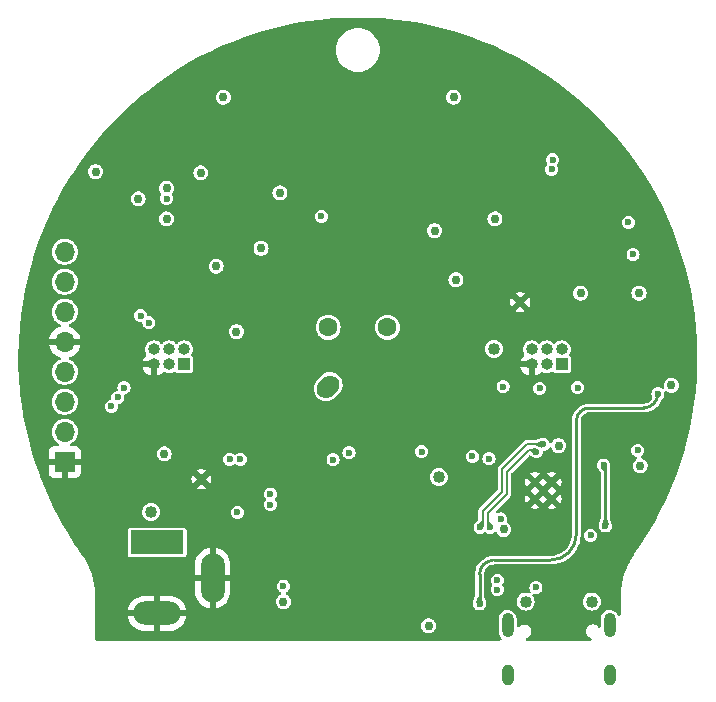
<source format=gbr>
%TF.GenerationSoftware,KiCad,Pcbnew,7.0.7*%
%TF.CreationDate,2024-03-07T18:56:00-05:00*%
%TF.ProjectId,ESP32Sensor-Sensor_board,45535033-3253-4656-9e73-6f722d53656e,rev?*%
%TF.SameCoordinates,Original*%
%TF.FileFunction,Copper,L2,Inr*%
%TF.FilePolarity,Positive*%
%FSLAX46Y46*%
G04 Gerber Fmt 4.6, Leading zero omitted, Abs format (unit mm)*
G04 Created by KiCad (PCBNEW 7.0.7) date 2024-03-07 18:56:00*
%MOMM*%
%LPD*%
G01*
G04 APERTURE LIST*
G04 Aperture macros list*
%AMHorizOval*
0 Thick line with rounded ends*
0 $1 width*
0 $2 $3 position (X,Y) of the first rounded end (center of the circle)*
0 $4 $5 position (X,Y) of the second rounded end (center of the circle)*
0 Add line between two ends*
20,1,$1,$2,$3,$4,$5,0*
0 Add two circle primitives to create the rounded ends*
1,1,$1,$2,$3*
1,1,$1,$4,$5*%
G04 Aperture macros list end*
%TA.AperFunction,ComponentPad*%
%ADD10O,1.000000X2.100000*%
%TD*%
%TA.AperFunction,ComponentPad*%
%ADD11O,1.000000X1.800000*%
%TD*%
%TA.AperFunction,ComponentPad*%
%ADD12HorizOval,1.600000X0.176777X0.176777X-0.176777X-0.176777X0*%
%TD*%
%TA.AperFunction,ComponentPad*%
%ADD13HorizOval,1.600000X0.000000X0.000000X0.000000X0.000000X0*%
%TD*%
%TA.AperFunction,ComponentPad*%
%ADD14R,1.700000X1.700000*%
%TD*%
%TA.AperFunction,ComponentPad*%
%ADD15O,1.700000X1.700000*%
%TD*%
%TA.AperFunction,ComponentPad*%
%ADD16O,2.000000X4.200000*%
%TD*%
%TA.AperFunction,ComponentPad*%
%ADD17O,4.000000X2.000000*%
%TD*%
%TA.AperFunction,ComponentPad*%
%ADD18R,4.500000X2.000000*%
%TD*%
%TA.AperFunction,ComponentPad*%
%ADD19C,0.700000*%
%TD*%
%TA.AperFunction,ComponentPad*%
%ADD20R,1.000000X1.000000*%
%TD*%
%TA.AperFunction,ComponentPad*%
%ADD21O,1.000000X1.000000*%
%TD*%
%TA.AperFunction,ViaPad*%
%ADD22C,0.600000*%
%TD*%
%TA.AperFunction,ViaPad*%
%ADD23C,1.016000*%
%TD*%
%TA.AperFunction,ViaPad*%
%ADD24C,0.762000*%
%TD*%
%TA.AperFunction,Conductor*%
%ADD25C,0.200000*%
%TD*%
%TA.AperFunction,Conductor*%
%ADD26C,0.228600*%
%TD*%
G04 APERTURE END LIST*
D10*
%TO.N,N/C*%
%TO.C,J3*%
X12680000Y-22710000D03*
D11*
X12680000Y-26890000D03*
X21320000Y-26890000D03*
D10*
X21320000Y-22710000D03*
%TD*%
D12*
%TO.N,Net-(PD1-An)*%
%TO.C,PD1*%
X-2517300Y-2503158D03*
D13*
%TO.N,5V_PD*%
X-2517300Y2517300D03*
X2503158Y2517300D03*
%TD*%
D14*
%TO.N,GND*%
%TO.C,J6*%
X-24825000Y-8875000D03*
D15*
%TO.N,3.3V*%
X-24825000Y-6335000D03*
%TO.N,SCL*%
X-24825000Y-3795000D03*
%TO.N,SDA*%
X-24825000Y-1255000D03*
%TO.N,GND*%
X-24825000Y1285000D03*
%TO.N,GPIO1*%
X-24825000Y3825000D03*
%TO.N,Mux_Sel_A*%
X-24825000Y6365000D03*
%TO.N,Mux_Sel_B*%
X-24825000Y8905000D03*
%TD*%
D16*
%TO.N,GND*%
%TO.C,J1*%
X-12300000Y-18700000D03*
D17*
X-17000000Y-21700000D03*
D18*
%TO.N,VBUS*%
X-17000000Y-15700000D03*
%TD*%
D19*
%TO.N,GND*%
%TO.C,U14*%
X-13250000Y-10356250D03*
%TD*%
%TO.N,GND*%
%TO.C,U11*%
X13750000Y4650000D03*
%TD*%
D20*
%TO.N,INT*%
%TO.C,J4*%
X17275000Y-625000D03*
D21*
%TO.N,3.3V*%
X17275000Y645000D03*
%TO.N,SCL*%
X16005000Y-625000D03*
%TO.N,SDA*%
X16005000Y645000D03*
%TO.N,GND*%
X14735000Y-625000D03*
%TO.N,VBUS*%
X14735000Y645000D03*
%TD*%
D20*
%TO.N,unconnected-(J7-Pin_1-Pad1)*%
%TO.C,J7*%
X-14725000Y-625000D03*
D21*
%TO.N,unconnected-(J7-Pin_2-Pad2)*%
X-14725000Y645000D03*
%TO.N,LED_REF*%
X-15995000Y-625000D03*
%TO.N,ESP_PWM_DIM*%
X-15995000Y645000D03*
%TO.N,GND*%
X-17265000Y-625000D03*
%TO.N,VBUS*%
X-17265000Y645000D03*
%TD*%
D19*
%TO.N,GND*%
%TO.C,U15*%
X16400000Y-10600000D03*
X15000000Y-10600000D03*
X16400000Y-12000000D03*
X15000000Y-12000000D03*
%TD*%
D22*
%TO.N,GND*%
X16000000Y-19100000D03*
X7200000Y-15200000D03*
D23*
%TO.N,USBC_VBUS*%
X19800000Y-20700000D03*
X14200000Y-20700000D03*
D22*
%TO.N,GND*%
X-1900000Y-17800000D03*
X4000000Y-16400000D03*
X11400000Y-23500000D03*
X-20500000Y800000D03*
X14600000Y22000000D03*
X8100000Y17600000D03*
X16800000Y4000000D03*
X0Y-10200000D03*
X-7700000Y-3200000D03*
X-8200000Y1400000D03*
X-5500000Y2300000D03*
X9100000Y1500000D03*
X4800000Y25100000D03*
X-4700000Y23800000D03*
X-8400000Y17500000D03*
X-11400000Y17500000D03*
X-27400000Y2400000D03*
X-27400000Y-3200000D03*
X-24000000Y-13200000D03*
X-20600000Y-18700000D03*
X22700000Y-15500000D03*
X21300000Y-17900000D03*
%TO.N,CC1*%
X15070000Y-19500000D03*
D24*
%TO.N,3.3V*%
X26550000Y-2400000D03*
X12350000Y-14600000D03*
X-6300000Y-20700000D03*
X-16400000Y-8200000D03*
X17000000Y-7500000D03*
X6000000Y-22750000D03*
X23900000Y-9200000D03*
D22*
%TO.N,GND*%
X-16200000Y7100000D03*
X9000000Y23800000D03*
X17900000Y11400000D03*
X-12750000Y12000000D03*
X13500000Y14000000D03*
X-22300000Y13000000D03*
X21000000Y-7900000D03*
X17500000Y-5200000D03*
X10200000Y9900000D03*
X11900000Y-20900000D03*
X16800000Y5150000D03*
X-2000000Y-21750000D03*
X-12500000Y10750000D03*
X-6200000Y-15200000D03*
X3100000Y18300000D03*
X-19300000Y14100000D03*
X21300000Y-20900000D03*
X-21800000Y7700000D03*
X8100000Y9900000D03*
X-7000000Y11250000D03*
X24400000Y-1800000D03*
X18300000Y15400000D03*
X19700000Y-5200000D03*
X4500000Y7100000D03*
X-10400000Y-21100000D03*
X3100000Y14500000D03*
X-8250000Y11250000D03*
X27600000Y-4100000D03*
X17100000Y19600000D03*
X-10600000Y-6700000D03*
X13400000Y12900000D03*
X0Y-21750000D03*
X16400000Y19100000D03*
X1950000Y-21750000D03*
X-13300000Y-8200000D03*
X19400000Y-11500000D03*
X-11500000Y5300000D03*
X-10500000Y23750000D03*
X10100000Y-12300000D03*
X24100000Y-7100000D03*
X-21400000Y11900000D03*
X13750000Y2900000D03*
X12700000Y-20900000D03*
X-21900000Y9000000D03*
X14500000Y-16000000D03*
X18400000Y18500000D03*
X-15000000Y-2150000D03*
X23500000Y750000D03*
X-9500000Y11250000D03*
X-7800000Y21400000D03*
X-7500000Y-10150000D03*
X26800000Y6000000D03*
X-6700000Y-13300000D03*
X21000000Y15700000D03*
X18000000Y8700000D03*
%TO.N,CC1*%
X19700000Y-15100000D03*
%TO.N,D+*%
X11201223Y-14414739D03*
X15099479Y-8000521D03*
%TO.N,D-*%
X10351223Y-14414739D03*
X15700521Y-7399479D03*
%TO.N,CC2*%
X20800000Y-9150000D03*
X20950000Y-14300000D03*
%TO.N,RTS*%
X11100000Y-8600000D03*
X12100000Y-13700000D03*
%TO.N,Net-(D2-K)*%
X11800000Y-18900000D03*
%TO.N,GPIO9*%
X-7400000Y-11600000D03*
X5400000Y-8000000D03*
%TO.N,ESP_EN*%
X-6300000Y-19400000D03*
X9700000Y-8400000D03*
%TO.N,INT*%
X12300000Y-2500000D03*
%TO.N,SCL*%
X-750000Y-8100000D03*
X-10850000Y-8650000D03*
%TO.N,SDA*%
X-2100000Y-8700000D03*
X15400000Y-2650000D03*
X-9950000Y-8650000D03*
X18600000Y-2600000D03*
%TO.N,LED_REF*%
X-3100000Y11900000D03*
D24*
%TO.N,5V*%
X-18600000Y13400000D03*
X18850000Y5400000D03*
X23800000Y5400000D03*
X-10300000Y2150000D03*
X-16200000Y14300000D03*
X8300000Y6550000D03*
D22*
%TO.N,Sensor_Analog*%
X22900000Y11400000D03*
D24*
%TO.N,+Vs_For_Lock_in*%
X-22200000Y15700000D03*
X6500000Y10700000D03*
X-16200000Y11700000D03*
X8100000Y22000000D03*
X-11400000Y22000000D03*
X-8200000Y9200000D03*
%TO.N,-Vs_For_Lock_in*%
X11600000Y11700000D03*
X-12000000Y7700000D03*
X-13300000Y15600000D03*
X-6600000Y13900000D03*
D22*
%TO.N,ESP_ADC*%
X10300000Y-20900000D03*
X23300000Y8700000D03*
X25400000Y-3100000D03*
%TO.N,GPIO1*%
X-20875000Y-4175000D03*
%TO.N,Mux_Sel_A*%
X-20325000Y-3425000D03*
X-16200000Y13400000D03*
%TO.N,ESP_PWM_DIM*%
X-7400000Y-12500000D03*
%TO.N,NeopixelLED*%
X-10200000Y-13150000D03*
D23*
%TO.N,VBUS*%
X-17500000Y-13100000D03*
X6850000Y-10176600D03*
D22*
X23700000Y-7900000D03*
D23*
X11500000Y700000D03*
D22*
%TO.N,Mux_Sel_B*%
X-19800000Y-2600000D03*
%TO.N,5V_SDA*%
X16400000Y15900000D03*
X-18400000Y3500000D03*
%TO.N,5V_SCL*%
X-17700000Y2900000D03*
X16500000Y16700000D03*
%TO.N,Net-(D3-K)*%
X11800000Y-19700000D03*
%TD*%
D25*
%TO.N,D+*%
X14468720Y-7849480D02*
X12625000Y-9693200D01*
X15099479Y-8000521D02*
X14948438Y-7849480D01*
X11001224Y-14214740D02*
X11201223Y-14414739D01*
X12625000Y-9693200D02*
X12625000Y-11593200D01*
X14948438Y-7849480D02*
X14468720Y-7849480D01*
X12625000Y-11593200D02*
X11001224Y-13216976D01*
X11001224Y-13216976D02*
X11001224Y-14214740D01*
%TO.N,D-*%
X12175000Y-9506800D02*
X12175000Y-11406800D01*
X10551222Y-14214740D02*
X10351223Y-14414739D01*
X12175000Y-11406800D02*
X10551222Y-13030578D01*
X10551222Y-13030578D02*
X10551222Y-14214740D01*
X15700521Y-7399479D02*
X14282321Y-7399479D01*
X14282321Y-7399479D02*
X12175000Y-9506800D01*
D26*
%TO.N,CC2*%
X20800000Y-9150000D02*
X20950000Y-9300000D01*
X20950000Y-9300000D02*
X20950000Y-14300000D01*
%TO.N,ESP_ADC*%
X11500000Y-17200000D02*
X16300000Y-17200000D01*
X18500000Y-15000000D02*
X18500000Y-5400000D01*
X19600000Y-4300000D02*
X24200000Y-4300000D01*
X10300000Y-20900000D02*
X10300000Y-18400000D01*
X16300000Y-17200000D02*
G75*
G03*
X18500000Y-15000000I0J2200000D01*
G01*
X24200000Y-4300000D02*
G75*
G03*
X25400000Y-3100000I0J1200000D01*
G01*
X19600000Y-4300000D02*
G75*
G03*
X18500000Y-5400000I0J-1100000D01*
G01*
X11500000Y-17200000D02*
G75*
G03*
X10300000Y-18400000I0J-1200000D01*
G01*
%TD*%
%TA.AperFunction,Conductor*%
%TO.N,GND*%
G36*
X1066795Y28725698D02*
G01*
X2132121Y28666319D01*
X3194509Y28567444D01*
X4252495Y28429211D01*
X5304623Y28251810D01*
X6349443Y28035484D01*
X7385514Y27780532D01*
X8411410Y27487305D01*
X9425717Y27156208D01*
X10427038Y26787696D01*
X11413992Y26382277D01*
X12385221Y25940510D01*
X13339387Y25463003D01*
X14275174Y24950415D01*
X15191293Y24403450D01*
X16086481Y23822864D01*
X16959508Y23209456D01*
X17809168Y22564071D01*
X18634292Y21887598D01*
X19433742Y21180969D01*
X20206417Y20445158D01*
X20951252Y19681179D01*
X21667222Y18890084D01*
X22353340Y18072963D01*
X23008660Y17230941D01*
X23632280Y16365180D01*
X24223340Y15476872D01*
X24781027Y14567240D01*
X25304571Y13637538D01*
X25793252Y12689047D01*
X26246396Y11723074D01*
X26663379Y10740949D01*
X27043627Y9744025D01*
X27386613Y8733677D01*
X27630855Y7915651D01*
X27691870Y7711296D01*
X27958974Y6678291D01*
X28187556Y5636084D01*
X28377303Y4586113D01*
X28527953Y3529823D01*
X28639299Y2468669D01*
X28711187Y1404115D01*
X28743517Y337626D01*
X28736246Y-729329D01*
X28689384Y-1795278D01*
X28602995Y-2858754D01*
X28477197Y-3918291D01*
X28312165Y-4972430D01*
X28108126Y-6019718D01*
X27865361Y-7058713D01*
X27584204Y-8087982D01*
X27265043Y-9106108D01*
X26908317Y-10111688D01*
X26514519Y-11103336D01*
X26084189Y-12079687D01*
X25617922Y-13039395D01*
X25116360Y-13981138D01*
X24580194Y-14903618D01*
X24010162Y-15805565D01*
X23407050Y-16685736D01*
X23396733Y-16700207D01*
X23344502Y-16773460D01*
X23282069Y-16861021D01*
X23182593Y-17023093D01*
X23068248Y-17209391D01*
X23056846Y-17227967D01*
X23009657Y-17318239D01*
X22857390Y-17609523D01*
X22684638Y-18003896D01*
X22539410Y-18409213D01*
X22422394Y-18823556D01*
X22422393Y-18823559D01*
X22334145Y-19244959D01*
X22334144Y-19244965D01*
X22327951Y-19289683D01*
X22275077Y-19671450D01*
X22257264Y-19929917D01*
X22247722Y-20068379D01*
X22245475Y-20100978D01*
X22245500Y-20316250D01*
X22245500Y-21805235D01*
X22225815Y-21872274D01*
X22173011Y-21918029D01*
X22103853Y-21927973D01*
X22040297Y-21898948D01*
X22004978Y-21847646D01*
X21995237Y-21820884D01*
X21995237Y-21820883D01*
X21963013Y-21771889D01*
X21898832Y-21674306D01*
X21898831Y-21674305D01*
X21771221Y-21553910D01*
X21619281Y-21466188D01*
X21619282Y-21466188D01*
X21451210Y-21415870D01*
X21451205Y-21415869D01*
X21276066Y-21405669D01*
X21276065Y-21405669D01*
X21218220Y-21415869D01*
X21103293Y-21436134D01*
X21103291Y-21436134D01*
X21103289Y-21436135D01*
X21102837Y-21436330D01*
X20942198Y-21505622D01*
X20942190Y-21505626D01*
X20801469Y-21610390D01*
X20688698Y-21744785D01*
X20688697Y-21744787D01*
X20609961Y-21901562D01*
X20598780Y-21948738D01*
X20579332Y-22030798D01*
X20569500Y-22072281D01*
X20569500Y-22778317D01*
X20549815Y-22845356D01*
X20497011Y-22891111D01*
X20427853Y-22901055D01*
X20364297Y-22872030D01*
X20347125Y-22853804D01*
X20308318Y-22803231D01*
X20303304Y-22796696D01*
X20182250Y-22703808D01*
X20182249Y-22703807D01*
X20182247Y-22703806D01*
X20041280Y-22645416D01*
X20041278Y-22645415D01*
X19927981Y-22630500D01*
X19927980Y-22630500D01*
X19852020Y-22630500D01*
X19852019Y-22630500D01*
X19738721Y-22645415D01*
X19738719Y-22645416D01*
X19597752Y-22703806D01*
X19476696Y-22796696D01*
X19383806Y-22917752D01*
X19325416Y-23058719D01*
X19325415Y-23058721D01*
X19305500Y-23209998D01*
X19305500Y-23210001D01*
X19325415Y-23361278D01*
X19325416Y-23361280D01*
X19383806Y-23502247D01*
X19383807Y-23502249D01*
X19383808Y-23502250D01*
X19476696Y-23623304D01*
X19597750Y-23716192D01*
X19597753Y-23716193D01*
X19597754Y-23716194D01*
X19706985Y-23761439D01*
X19761389Y-23805280D01*
X19783454Y-23871574D01*
X19766175Y-23939273D01*
X19715038Y-23986884D01*
X19659533Y-24000000D01*
X14340467Y-24000000D01*
X14273428Y-23980315D01*
X14227673Y-23927511D01*
X14217729Y-23858353D01*
X14246754Y-23794797D01*
X14293015Y-23761439D01*
X14402245Y-23716194D01*
X14402246Y-23716194D01*
X14402246Y-23716193D01*
X14402250Y-23716192D01*
X14523304Y-23623304D01*
X14616192Y-23502250D01*
X14674584Y-23361280D01*
X14694500Y-23210000D01*
X14674584Y-23058720D01*
X14616192Y-22917750D01*
X14523304Y-22796696D01*
X14402250Y-22703808D01*
X14402249Y-22703807D01*
X14402247Y-22703806D01*
X14261280Y-22645416D01*
X14261278Y-22645415D01*
X14147981Y-22630500D01*
X14147980Y-22630500D01*
X14072020Y-22630500D01*
X14072019Y-22630500D01*
X13958721Y-22645415D01*
X13958719Y-22645416D01*
X13817752Y-22703806D01*
X13797434Y-22719397D01*
X13696696Y-22796696D01*
X13696695Y-22796697D01*
X13696694Y-22796698D01*
X13652875Y-22853804D01*
X13596447Y-22895006D01*
X13526701Y-22899161D01*
X13465781Y-22864948D01*
X13433029Y-22803231D01*
X13430500Y-22778317D01*
X13430500Y-22116298D01*
X13430500Y-22116297D01*
X13430500Y-22116291D01*
X13415241Y-21985745D01*
X13355237Y-21820883D01*
X13323013Y-21771889D01*
X13258832Y-21674306D01*
X13258831Y-21674305D01*
X13131221Y-21553910D01*
X12979281Y-21466188D01*
X12979282Y-21466188D01*
X12811210Y-21415870D01*
X12811205Y-21415869D01*
X12636066Y-21405669D01*
X12636065Y-21405669D01*
X12578220Y-21415869D01*
X12463293Y-21436134D01*
X12463291Y-21436134D01*
X12463289Y-21436135D01*
X12462837Y-21436330D01*
X12302198Y-21505622D01*
X12302190Y-21505626D01*
X12161469Y-21610390D01*
X12048698Y-21744785D01*
X12048697Y-21744787D01*
X11969961Y-21901562D01*
X11958780Y-21948738D01*
X11929500Y-22072279D01*
X11929500Y-23303709D01*
X11938593Y-23381500D01*
X11944759Y-23434256D01*
X11944760Y-23434259D01*
X12004762Y-23599115D01*
X12004764Y-23599119D01*
X12101167Y-23745693D01*
X12101168Y-23745694D01*
X12143684Y-23785806D01*
X12178938Y-23846129D01*
X12175983Y-23915936D01*
X12135756Y-23973064D01*
X12071029Y-23999374D01*
X12058590Y-24000000D01*
X-22121500Y-24000000D01*
X-22188539Y-23980315D01*
X-22234294Y-23927511D01*
X-22245500Y-23876000D01*
X-22245500Y-21950000D01*
X-19479023Y-21950000D01*
X-19459083Y-22069492D01*
X-19378369Y-22304603D01*
X-19378364Y-22304614D01*
X-19260057Y-22523228D01*
X-19260051Y-22523237D01*
X-19107373Y-22719397D01*
X-19107364Y-22719407D01*
X-18924477Y-22887767D01*
X-18924478Y-22887767D01*
X-18716367Y-23023732D01*
X-18488717Y-23123587D01*
X-18247738Y-23184612D01*
X-18247730Y-23184614D01*
X-18062041Y-23200000D01*
X-17250000Y-23200000D01*
X-17250000Y-22324000D01*
X-17230315Y-22256961D01*
X-17177511Y-22211206D01*
X-17126000Y-22200000D01*
X-16874000Y-22200000D01*
X-16806961Y-22219685D01*
X-16761206Y-22272489D01*
X-16750000Y-22324000D01*
X-16749999Y-23200000D01*
X-15937959Y-23200000D01*
X-15752269Y-23184614D01*
X-15752261Y-23184612D01*
X-15511282Y-23123587D01*
X-15283632Y-23023732D01*
X-15075521Y-22887767D01*
X-14925868Y-22750000D01*
X5363862Y-22750000D01*
X5382346Y-22902235D01*
X5382347Y-22902238D01*
X5436729Y-23045630D01*
X5523845Y-23171839D01*
X5638630Y-23273530D01*
X5638632Y-23273531D01*
X5774422Y-23344799D01*
X5873688Y-23369266D01*
X5923321Y-23381500D01*
X5923322Y-23381500D01*
X6076679Y-23381500D01*
X6113902Y-23372324D01*
X6225578Y-23344799D01*
X6361368Y-23273531D01*
X6476156Y-23171838D01*
X6563272Y-23045628D01*
X6617653Y-22902238D01*
X6636138Y-22750000D01*
X6617653Y-22597762D01*
X6563272Y-22454372D01*
X6476156Y-22328162D01*
X6449576Y-22304614D01*
X6361369Y-22226469D01*
X6296540Y-22192444D01*
X6225578Y-22155201D01*
X6225575Y-22155200D01*
X6076679Y-22118500D01*
X6076678Y-22118500D01*
X5923322Y-22118500D01*
X5923321Y-22118500D01*
X5774424Y-22155200D01*
X5638630Y-22226469D01*
X5523845Y-22328160D01*
X5436729Y-22454369D01*
X5382347Y-22597761D01*
X5382346Y-22597764D01*
X5363862Y-22749999D01*
X5363862Y-22750000D01*
X-14925868Y-22750000D01*
X-14892635Y-22719407D01*
X-14892626Y-22719397D01*
X-14739948Y-22523237D01*
X-14739942Y-22523228D01*
X-14621635Y-22304614D01*
X-14621630Y-22304603D01*
X-14540916Y-22069492D01*
X-14520977Y-21950000D01*
X-15386653Y-21950000D01*
X-15453692Y-21930315D01*
X-15499447Y-21877511D01*
X-15509391Y-21808353D01*
X-15505631Y-21791067D01*
X-15500000Y-21771888D01*
X-15500000Y-21628111D01*
X-15505631Y-21608933D01*
X-15505630Y-21539064D01*
X-15467855Y-21480286D01*
X-15404299Y-21451262D01*
X-15386653Y-21450000D01*
X-14520978Y-21450000D01*
X-14520976Y-21449999D01*
X-14540916Y-21330507D01*
X-14621630Y-21095396D01*
X-14621635Y-21095385D01*
X-14739944Y-20876770D01*
X-14739948Y-20876762D01*
X-14892626Y-20680602D01*
X-14892635Y-20680592D01*
X-15075522Y-20512232D01*
X-15075521Y-20512232D01*
X-15283632Y-20376267D01*
X-15511282Y-20276412D01*
X-15752261Y-20215387D01*
X-15752269Y-20215385D01*
X-15937959Y-20200000D01*
X-16750000Y-20200000D01*
X-16750000Y-21076000D01*
X-16769685Y-21143039D01*
X-16822489Y-21188794D01*
X-16874000Y-21200000D01*
X-17126000Y-21200000D01*
X-17193039Y-21180315D01*
X-17238794Y-21127511D01*
X-17250000Y-21076000D01*
X-17250000Y-20200000D01*
X-18062041Y-20200000D01*
X-18247730Y-20215385D01*
X-18247738Y-20215387D01*
X-18488717Y-20276412D01*
X-18716367Y-20376267D01*
X-18924478Y-20512232D01*
X-19107364Y-20680592D01*
X-19107373Y-20680602D01*
X-19260051Y-20876762D01*
X-19260056Y-20876770D01*
X-19378364Y-21095385D01*
X-19378369Y-21095396D01*
X-19459083Y-21330507D01*
X-19479023Y-21449999D01*
X-19479022Y-21450000D01*
X-18613347Y-21450000D01*
X-18546308Y-21469685D01*
X-18500553Y-21522489D01*
X-18490609Y-21591647D01*
X-18494369Y-21608933D01*
X-18500000Y-21628111D01*
X-18500000Y-21771888D01*
X-18494369Y-21791067D01*
X-18494370Y-21860936D01*
X-18532145Y-21919714D01*
X-18595701Y-21948738D01*
X-18613347Y-21950000D01*
X-19479023Y-21950000D01*
X-22245500Y-21950000D01*
X-22245500Y-20307970D01*
X-22245475Y-20100978D01*
X-22247722Y-20068379D01*
X-22257264Y-19929917D01*
X-22261942Y-19862041D01*
X-13800000Y-19862041D01*
X-13784614Y-20047730D01*
X-13784612Y-20047738D01*
X-13723587Y-20288717D01*
X-13623732Y-20516367D01*
X-13487767Y-20724478D01*
X-13319407Y-20907364D01*
X-13319397Y-20907373D01*
X-13123237Y-21060051D01*
X-13123228Y-21060057D01*
X-12904614Y-21178364D01*
X-12904603Y-21178369D01*
X-12669492Y-21259083D01*
X-12550000Y-21279023D01*
X-12550000Y-20313346D01*
X-12530315Y-20246307D01*
X-12477511Y-20200552D01*
X-12408353Y-20190608D01*
X-12391063Y-20194369D01*
X-12371890Y-20199999D01*
X-12371890Y-20200000D01*
X-12371889Y-20200000D01*
X-12228110Y-20200000D01*
X-12228108Y-20199999D01*
X-12208937Y-20194370D01*
X-12139068Y-20194368D01*
X-12080289Y-20232141D01*
X-12051263Y-20295696D01*
X-12050000Y-20313346D01*
X-12050000Y-21279022D01*
X-12049999Y-21279023D01*
X-11930507Y-21259083D01*
X-11695396Y-21178369D01*
X-11695385Y-21178364D01*
X-11476771Y-21060057D01*
X-11476762Y-21060051D01*
X-11280602Y-20907373D01*
X-11280592Y-20907364D01*
X-11112232Y-20724478D01*
X-11096240Y-20700000D01*
X-6936138Y-20700000D01*
X-6917653Y-20852238D01*
X-6863272Y-20995628D01*
X-6776156Y-21121838D01*
X-6661368Y-21223531D01*
X-6525578Y-21294799D01*
X-6413902Y-21322324D01*
X-6376679Y-21331500D01*
X-6376678Y-21331500D01*
X-6223321Y-21331500D01*
X-6173688Y-21319266D01*
X-6074422Y-21294799D01*
X-5938632Y-21223531D01*
X-5938630Y-21223530D01*
X-5823845Y-21121839D01*
X-5792204Y-21076000D01*
X-5736728Y-20995628D01*
X-5700461Y-20900000D01*
X9744750Y-20900000D01*
X9763670Y-21043708D01*
X9763671Y-21043712D01*
X9819137Y-21177622D01*
X9819138Y-21177624D01*
X9819139Y-21177625D01*
X9907379Y-21292621D01*
X10022375Y-21380861D01*
X10156291Y-21436330D01*
X10283280Y-21453048D01*
X10299999Y-21455250D01*
X10300000Y-21455250D01*
X10300001Y-21455250D01*
X10314977Y-21453278D01*
X10443709Y-21436330D01*
X10577625Y-21380861D01*
X10692621Y-21292621D01*
X10780861Y-21177625D01*
X10836330Y-21043709D01*
X10855250Y-20900000D01*
X10851280Y-20869849D01*
X10836330Y-20756293D01*
X10836330Y-20756291D01*
X10824740Y-20728310D01*
X10817207Y-20700003D01*
X13436701Y-20700003D01*
X13455836Y-20869844D01*
X13455837Y-20869849D01*
X13512291Y-21031183D01*
X13569253Y-21121838D01*
X13603229Y-21175909D01*
X13724091Y-21296771D01*
X13868817Y-21387709D01*
X14030149Y-21444162D01*
X14030150Y-21444162D01*
X14030155Y-21444163D01*
X14199996Y-21463299D01*
X14200000Y-21463299D01*
X14200004Y-21463299D01*
X14369844Y-21444163D01*
X14369847Y-21444162D01*
X14369850Y-21444162D01*
X14531183Y-21387709D01*
X14675909Y-21296771D01*
X14796771Y-21175909D01*
X14887709Y-21031183D01*
X14944162Y-20869850D01*
X14944163Y-20869844D01*
X14963299Y-20700003D01*
X19036701Y-20700003D01*
X19055836Y-20869844D01*
X19055837Y-20869849D01*
X19112291Y-21031183D01*
X19169253Y-21121838D01*
X19203229Y-21175909D01*
X19324091Y-21296771D01*
X19468817Y-21387709D01*
X19630149Y-21444162D01*
X19630150Y-21444162D01*
X19630155Y-21444163D01*
X19799996Y-21463299D01*
X19800000Y-21463299D01*
X19800004Y-21463299D01*
X19969844Y-21444163D01*
X19969847Y-21444162D01*
X19969850Y-21444162D01*
X20131183Y-21387709D01*
X20275909Y-21296771D01*
X20396771Y-21175909D01*
X20487709Y-21031183D01*
X20544162Y-20869850D01*
X20544163Y-20869844D01*
X20563299Y-20700003D01*
X20563299Y-20699996D01*
X20544163Y-20530155D01*
X20544162Y-20530150D01*
X20500149Y-20404369D01*
X20487709Y-20368817D01*
X20396771Y-20224091D01*
X20275909Y-20103229D01*
X20275908Y-20103228D01*
X20131183Y-20012291D01*
X19969849Y-19955837D01*
X19969844Y-19955836D01*
X19800004Y-19936701D01*
X19799996Y-19936701D01*
X19630155Y-19955836D01*
X19630150Y-19955837D01*
X19468816Y-20012291D01*
X19324091Y-20103228D01*
X19203228Y-20224091D01*
X19112291Y-20368816D01*
X19055837Y-20530150D01*
X19055836Y-20530155D01*
X19036701Y-20699996D01*
X19036701Y-20700003D01*
X14963299Y-20700003D01*
X14963299Y-20699996D01*
X14944163Y-20530155D01*
X14944162Y-20530150D01*
X14887708Y-20368815D01*
X14796781Y-20224106D01*
X14777781Y-20156869D01*
X14798149Y-20090034D01*
X14851417Y-20044820D01*
X14918148Y-20035918D01*
X14918234Y-20035269D01*
X14920642Y-20035586D01*
X14920673Y-20035582D01*
X14920773Y-20035603D01*
X14926289Y-20036329D01*
X14926291Y-20036330D01*
X15040217Y-20051329D01*
X15069999Y-20055250D01*
X15070000Y-20055250D01*
X15070001Y-20055250D01*
X15084977Y-20053278D01*
X15213709Y-20036330D01*
X15347625Y-19980861D01*
X15462621Y-19892621D01*
X15550861Y-19777625D01*
X15606330Y-19643709D01*
X15625250Y-19500000D01*
X15606330Y-19356291D01*
X15560218Y-19244965D01*
X15550862Y-19222377D01*
X15550861Y-19222376D01*
X15550861Y-19222375D01*
X15462621Y-19107379D01*
X15347625Y-19019139D01*
X15347624Y-19019138D01*
X15347622Y-19019137D01*
X15213712Y-18963671D01*
X15213710Y-18963670D01*
X15213709Y-18963670D01*
X15109877Y-18950000D01*
X15070001Y-18944750D01*
X15069999Y-18944750D01*
X14926291Y-18963670D01*
X14926287Y-18963671D01*
X14792377Y-19019137D01*
X14677379Y-19107379D01*
X14589137Y-19222377D01*
X14533671Y-19356287D01*
X14533670Y-19356291D01*
X14514750Y-19500000D01*
X14522160Y-19556287D01*
X14533670Y-19643708D01*
X14533671Y-19643712D01*
X14589138Y-19777623D01*
X14589139Y-19777625D01*
X14603471Y-19796303D01*
X14628665Y-19861472D01*
X14614627Y-19929917D01*
X14565812Y-19979906D01*
X14497721Y-19995570D01*
X14464141Y-19988831D01*
X14369852Y-19955838D01*
X14369844Y-19955836D01*
X14200004Y-19936701D01*
X14199996Y-19936701D01*
X14030155Y-19955836D01*
X14030150Y-19955837D01*
X13868816Y-20012291D01*
X13724091Y-20103228D01*
X13603228Y-20224091D01*
X13512291Y-20368816D01*
X13455837Y-20530150D01*
X13455836Y-20530155D01*
X13436701Y-20699996D01*
X13436701Y-20700003D01*
X10817207Y-20700003D01*
X10816309Y-20696627D01*
X10815918Y-20693569D01*
X10756437Y-20516367D01*
X10671246Y-20262568D01*
X10664800Y-20223109D01*
X10664800Y-19700000D01*
X11244750Y-19700000D01*
X11263486Y-19842315D01*
X11263670Y-19843708D01*
X11263671Y-19843712D01*
X11319137Y-19977622D01*
X11319138Y-19977624D01*
X11319139Y-19977625D01*
X11407379Y-20092621D01*
X11522375Y-20180861D01*
X11522376Y-20180861D01*
X11522377Y-20180862D01*
X11554984Y-20194368D01*
X11656291Y-20236330D01*
X11783280Y-20253048D01*
X11799999Y-20255250D01*
X11800000Y-20255250D01*
X11800001Y-20255250D01*
X11814977Y-20253278D01*
X11943709Y-20236330D01*
X12077625Y-20180861D01*
X12192621Y-20092621D01*
X12280861Y-19977625D01*
X12336330Y-19843709D01*
X12355250Y-19700000D01*
X12336330Y-19556291D01*
X12280861Y-19422375D01*
X12244881Y-19375485D01*
X12219687Y-19310318D01*
X12233725Y-19241873D01*
X12244880Y-19224516D01*
X12280861Y-19177625D01*
X12336330Y-19043709D01*
X12355250Y-18900000D01*
X12336330Y-18756291D01*
X12280861Y-18622375D01*
X12192621Y-18507379D01*
X12077625Y-18419139D01*
X12077624Y-18419138D01*
X12077622Y-18419137D01*
X11943712Y-18363671D01*
X11943710Y-18363670D01*
X11943709Y-18363670D01*
X11871854Y-18354210D01*
X11800001Y-18344750D01*
X11799999Y-18344750D01*
X11656291Y-18363670D01*
X11656287Y-18363671D01*
X11522377Y-18419137D01*
X11407379Y-18507379D01*
X11319137Y-18622377D01*
X11263671Y-18756287D01*
X11263670Y-18756291D01*
X11244750Y-18900000D01*
X11253132Y-18963670D01*
X11263670Y-19043708D01*
X11263671Y-19043712D01*
X11319138Y-19177623D01*
X11319139Y-19177625D01*
X11355118Y-19224514D01*
X11380312Y-19289683D01*
X11366274Y-19358128D01*
X11355118Y-19375486D01*
X11319139Y-19422374D01*
X11319138Y-19422376D01*
X11263671Y-19556287D01*
X11263670Y-19556291D01*
X11248510Y-19671444D01*
X11244750Y-19700000D01*
X10664800Y-19700000D01*
X10664800Y-18403048D01*
X10665099Y-18396968D01*
X10670242Y-18344750D01*
X10679651Y-18249209D01*
X10684393Y-18225374D01*
X10724832Y-18092066D01*
X10734129Y-18069619D01*
X10799802Y-17946753D01*
X10813303Y-17926549D01*
X10901680Y-17818859D01*
X10918859Y-17801680D01*
X11026550Y-17713301D01*
X11046753Y-17699802D01*
X11169619Y-17634129D01*
X11192066Y-17624832D01*
X11242506Y-17609531D01*
X11325376Y-17584392D01*
X11349209Y-17579651D01*
X11439511Y-17570757D01*
X11496969Y-17565099D01*
X11503049Y-17564800D01*
X16444039Y-17564800D01*
X16444039Y-17564799D01*
X16730297Y-17532546D01*
X17011146Y-17468444D01*
X17283053Y-17373300D01*
X17542597Y-17248310D01*
X17786515Y-17095046D01*
X18011738Y-16915436D01*
X18215436Y-16711738D01*
X18395046Y-16486515D01*
X18548310Y-16242597D01*
X18673300Y-15983053D01*
X18768444Y-15711146D01*
X18832546Y-15430297D01*
X18864800Y-15144036D01*
X18864800Y-15100000D01*
X19144750Y-15100000D01*
X19163647Y-15243538D01*
X19163670Y-15243708D01*
X19163671Y-15243712D01*
X19219137Y-15377622D01*
X19219138Y-15377624D01*
X19219139Y-15377625D01*
X19307379Y-15492621D01*
X19422375Y-15580861D01*
X19556291Y-15636330D01*
X19683280Y-15653048D01*
X19699999Y-15655250D01*
X19700000Y-15655250D01*
X19700001Y-15655250D01*
X19714977Y-15653278D01*
X19843709Y-15636330D01*
X19977625Y-15580861D01*
X20092621Y-15492621D01*
X20180861Y-15377625D01*
X20236330Y-15243709D01*
X20255250Y-15100000D01*
X20236330Y-14956291D01*
X20186641Y-14836329D01*
X20180862Y-14822377D01*
X20180861Y-14822376D01*
X20180861Y-14822375D01*
X20092621Y-14707379D01*
X19977625Y-14619139D01*
X19977624Y-14619138D01*
X19977622Y-14619137D01*
X19843712Y-14563671D01*
X19843710Y-14563670D01*
X19843709Y-14563670D01*
X19771854Y-14554210D01*
X19700001Y-14544750D01*
X19699999Y-14544750D01*
X19556291Y-14563670D01*
X19556287Y-14563671D01*
X19422377Y-14619137D01*
X19307379Y-14707379D01*
X19219137Y-14822377D01*
X19163671Y-14956287D01*
X19163670Y-14956291D01*
X19144750Y-15100000D01*
X18864800Y-15100000D01*
X18864800Y-15000000D01*
X18864800Y-14942221D01*
X18864800Y-14942220D01*
X18864800Y-9150000D01*
X20244750Y-9150000D01*
X20261798Y-9279493D01*
X20263670Y-9293708D01*
X20263671Y-9293712D01*
X20319138Y-9427623D01*
X20319139Y-9427625D01*
X20373548Y-9498533D01*
X20383581Y-9515157D01*
X20383853Y-9514999D01*
X20386931Y-9520257D01*
X20386932Y-9520259D01*
X20523999Y-9709139D01*
X20561559Y-9760897D01*
X20585002Y-9826717D01*
X20585200Y-9833726D01*
X20585200Y-13623108D01*
X20578754Y-13662567D01*
X20434082Y-14093566D01*
X20434080Y-14093574D01*
X20433267Y-14099127D01*
X20425139Y-14128600D01*
X20413671Y-14156286D01*
X20413670Y-14156291D01*
X20394750Y-14299999D01*
X20394750Y-14300000D01*
X20413670Y-14443708D01*
X20413671Y-14443712D01*
X20469137Y-14577622D01*
X20469138Y-14577624D01*
X20469139Y-14577625D01*
X20557379Y-14692621D01*
X20672375Y-14780861D01*
X20806291Y-14836330D01*
X20923674Y-14851784D01*
X20949999Y-14855250D01*
X20950000Y-14855250D01*
X20950001Y-14855250D01*
X20976326Y-14851784D01*
X21093709Y-14836330D01*
X21227625Y-14780861D01*
X21342621Y-14692621D01*
X21430861Y-14577625D01*
X21486330Y-14443709D01*
X21505250Y-14300000D01*
X21486330Y-14156291D01*
X21474740Y-14128310D01*
X21466309Y-14096627D01*
X21465918Y-14093569D01*
X21439228Y-14014055D01*
X21321246Y-13662568D01*
X21314800Y-13623109D01*
X21314800Y-9744801D01*
X21318991Y-9712835D01*
X21319977Y-9709139D01*
X21354423Y-9174930D01*
X21354444Y-9174284D01*
X21354579Y-9170280D01*
X21354722Y-9162561D01*
X21354721Y-9162557D01*
X21354841Y-9156102D01*
X21355250Y-9150645D01*
X21355250Y-9150001D01*
X21352730Y-9130861D01*
X21336330Y-9006291D01*
X21294113Y-8904369D01*
X21280862Y-8872377D01*
X21280861Y-8872376D01*
X21280861Y-8872375D01*
X21192621Y-8757379D01*
X21077625Y-8669139D01*
X21077624Y-8669138D01*
X21077622Y-8669137D01*
X20943712Y-8613671D01*
X20943710Y-8613670D01*
X20943709Y-8613670D01*
X20839877Y-8600000D01*
X20800001Y-8594750D01*
X20799999Y-8594750D01*
X20656291Y-8613670D01*
X20656287Y-8613671D01*
X20522377Y-8669137D01*
X20407379Y-8757379D01*
X20319137Y-8872377D01*
X20263671Y-9006287D01*
X20263670Y-9006291D01*
X20247270Y-9130862D01*
X20244750Y-9150000D01*
X18864800Y-9150000D01*
X18864800Y-7900000D01*
X23144750Y-7900000D01*
X23161013Y-8023531D01*
X23163670Y-8043708D01*
X23163671Y-8043712D01*
X23219137Y-8177622D01*
X23219138Y-8177624D01*
X23219139Y-8177625D01*
X23307379Y-8292621D01*
X23422375Y-8380861D01*
X23422376Y-8380861D01*
X23422377Y-8380862D01*
X23452022Y-8393141D01*
X23556291Y-8436330D01*
X23556292Y-8436330D01*
X23557540Y-8436847D01*
X23611944Y-8480687D01*
X23634009Y-8546981D01*
X23616730Y-8614681D01*
X23567716Y-8661203D01*
X23538633Y-8676467D01*
X23538631Y-8676469D01*
X23423845Y-8778160D01*
X23336729Y-8904369D01*
X23282347Y-9047761D01*
X23282346Y-9047764D01*
X23263862Y-9199999D01*
X23263862Y-9200000D01*
X23282346Y-9352235D01*
X23282347Y-9352238D01*
X23324295Y-9462846D01*
X23336729Y-9495630D01*
X23350208Y-9515157D01*
X23394847Y-9579829D01*
X23423845Y-9621839D01*
X23538630Y-9723530D01*
X23538632Y-9723531D01*
X23674422Y-9794799D01*
X23773688Y-9819266D01*
X23823321Y-9831500D01*
X23823322Y-9831500D01*
X23976679Y-9831500D01*
X24013902Y-9822324D01*
X24125578Y-9794799D01*
X24261368Y-9723531D01*
X24376156Y-9621838D01*
X24463272Y-9495628D01*
X24517653Y-9352238D01*
X24536138Y-9200000D01*
X24533093Y-9174926D01*
X24523100Y-9092620D01*
X24517653Y-9047762D01*
X24463272Y-8904372D01*
X24376156Y-8778162D01*
X24376154Y-8778160D01*
X24261369Y-8676469D01*
X24125576Y-8605200D01*
X24042776Y-8584792D01*
X23982396Y-8549635D01*
X23950608Y-8487416D01*
X23957504Y-8417887D01*
X23996964Y-8366021D01*
X24092621Y-8292621D01*
X24180861Y-8177625D01*
X24236330Y-8043709D01*
X24255250Y-7900000D01*
X24236330Y-7756291D01*
X24199350Y-7667013D01*
X24180862Y-7622377D01*
X24180861Y-7622376D01*
X24180861Y-7622375D01*
X24092621Y-7507379D01*
X23977625Y-7419139D01*
X23977624Y-7419138D01*
X23977622Y-7419137D01*
X23843712Y-7363671D01*
X23843710Y-7363670D01*
X23843709Y-7363670D01*
X23771854Y-7354210D01*
X23700001Y-7344750D01*
X23699999Y-7344750D01*
X23556291Y-7363670D01*
X23556287Y-7363671D01*
X23422377Y-7419137D01*
X23307379Y-7507379D01*
X23219137Y-7622377D01*
X23163671Y-7756287D01*
X23163670Y-7756291D01*
X23150505Y-7856291D01*
X23144750Y-7900000D01*
X18864800Y-7900000D01*
X18864800Y-5403047D01*
X18865099Y-5396968D01*
X18870796Y-5339125D01*
X18877730Y-5268716D01*
X18882469Y-5244892D01*
X18917221Y-5130328D01*
X18926517Y-5107887D01*
X18982949Y-5002310D01*
X18996450Y-4982106D01*
X19004391Y-4972430D01*
X19072391Y-4889570D01*
X19089570Y-4872391D01*
X19182108Y-4796448D01*
X19202310Y-4782949D01*
X19307887Y-4726517D01*
X19330328Y-4717221D01*
X19444892Y-4682469D01*
X19468716Y-4677730D01*
X19550039Y-4669720D01*
X19596969Y-4665099D01*
X19603049Y-4664800D01*
X24311916Y-4664800D01*
X24311917Y-4664800D01*
X24489758Y-4639230D01*
X24533467Y-4632946D01*
X24533468Y-4632945D01*
X24533472Y-4632945D01*
X24748238Y-4569884D01*
X24748241Y-4569882D01*
X24748243Y-4569882D01*
X24951832Y-4476906D01*
X24951836Y-4476903D01*
X24951844Y-4476900D01*
X25140145Y-4355887D01*
X25309307Y-4209307D01*
X25455887Y-4040145D01*
X25576900Y-3851844D01*
X25653700Y-3683672D01*
X25667953Y-3659916D01*
X25808961Y-3475357D01*
X25811202Y-3471154D01*
X25822236Y-3454026D01*
X25880861Y-3377625D01*
X25936330Y-3243709D01*
X25955250Y-3100000D01*
X25953129Y-3083893D01*
X25947696Y-3042620D01*
X25941469Y-2995325D01*
X25952234Y-2926291D01*
X25998614Y-2874035D01*
X26065883Y-2855149D01*
X26132684Y-2875629D01*
X26146628Y-2886319D01*
X26188632Y-2923531D01*
X26324422Y-2994799D01*
X26423688Y-3019266D01*
X26473321Y-3031500D01*
X26473322Y-3031500D01*
X26626679Y-3031500D01*
X26663902Y-3022324D01*
X26775578Y-2994799D01*
X26911368Y-2923531D01*
X27026156Y-2821838D01*
X27113272Y-2695628D01*
X27167653Y-2552238D01*
X27186138Y-2400000D01*
X27167653Y-2247762D01*
X27113272Y-2104372D01*
X27026156Y-1978162D01*
X27021020Y-1973612D01*
X26911369Y-1876469D01*
X26835825Y-1836821D01*
X26775578Y-1805201D01*
X26775575Y-1805200D01*
X26626679Y-1768500D01*
X26626678Y-1768500D01*
X26473322Y-1768500D01*
X26473321Y-1768500D01*
X26324424Y-1805200D01*
X26188630Y-1876469D01*
X26073845Y-1978160D01*
X25986729Y-2104369D01*
X25932347Y-2247761D01*
X25932346Y-2247764D01*
X25913862Y-2399999D01*
X25913862Y-2400000D01*
X25931899Y-2548551D01*
X25920438Y-2617474D01*
X25873535Y-2669260D01*
X25806079Y-2687467D01*
X25739488Y-2666314D01*
X25733317Y-2661873D01*
X25677625Y-2619139D01*
X25677623Y-2619138D01*
X25543712Y-2563671D01*
X25543710Y-2563670D01*
X25543709Y-2563670D01*
X25456853Y-2552235D01*
X25400001Y-2544750D01*
X25399999Y-2544750D01*
X25256291Y-2563670D01*
X25256287Y-2563671D01*
X25122377Y-2619137D01*
X25007379Y-2707379D01*
X24919137Y-2822377D01*
X24863671Y-2956287D01*
X24863670Y-2956291D01*
X24844750Y-3099999D01*
X24844750Y-3100000D01*
X24863670Y-3243710D01*
X24879271Y-3281375D01*
X24886873Y-3307569D01*
X24888598Y-3317482D01*
X24925851Y-3413939D01*
X24931641Y-3483567D01*
X24919535Y-3517067D01*
X24900199Y-3553241D01*
X24886696Y-3573450D01*
X24798324Y-3681134D01*
X24781134Y-3698324D01*
X24673450Y-3786696D01*
X24653240Y-3800200D01*
X24530391Y-3865865D01*
X24507933Y-3875167D01*
X24374625Y-3915606D01*
X24350783Y-3920349D01*
X24203032Y-3934901D01*
X24196951Y-3935200D01*
X19657779Y-3935200D01*
X19600000Y-3935200D01*
X19495235Y-3935200D01*
X19465417Y-3939487D01*
X19287840Y-3965018D01*
X19086794Y-4024051D01*
X18896209Y-4111088D01*
X18896198Y-4111094D01*
X18719936Y-4224371D01*
X18719928Y-4224377D01*
X18561584Y-4361582D01*
X18561582Y-4361584D01*
X18424377Y-4519928D01*
X18424371Y-4519936D01*
X18311094Y-4696198D01*
X18311088Y-4696209D01*
X18224051Y-4886794D01*
X18165018Y-5087840D01*
X18135200Y-5295236D01*
X18135200Y-14997962D01*
X18135067Y-15002018D01*
X18119765Y-15235489D01*
X18118705Y-15243538D01*
X18073460Y-15470996D01*
X18071359Y-15478838D01*
X17996813Y-15698445D01*
X17993706Y-15705946D01*
X17891129Y-15913951D01*
X17887070Y-15920981D01*
X17758222Y-16113816D01*
X17753279Y-16120257D01*
X17600363Y-16294623D01*
X17594623Y-16300363D01*
X17420257Y-16453279D01*
X17413816Y-16458222D01*
X17220981Y-16587070D01*
X17213951Y-16591129D01*
X17005946Y-16693706D01*
X16998445Y-16696812D01*
X16954480Y-16711737D01*
X16778838Y-16771359D01*
X16770996Y-16773460D01*
X16543538Y-16818705D01*
X16535489Y-16819765D01*
X16302018Y-16835067D01*
X16297962Y-16835200D01*
X11388083Y-16835200D01*
X11166532Y-16867053D01*
X11166522Y-16867056D01*
X10951756Y-16930117D01*
X10748167Y-17023093D01*
X10748144Y-17023106D01*
X10559861Y-17144108D01*
X10559855Y-17144112D01*
X10390692Y-17290692D01*
X10244112Y-17459855D01*
X10244108Y-17459861D01*
X10123106Y-17648144D01*
X10123093Y-17648167D01*
X10030117Y-17851756D01*
X9967056Y-18066522D01*
X9967053Y-18066532D01*
X9935200Y-18288083D01*
X9935200Y-20223108D01*
X9928754Y-20262567D01*
X9784082Y-20693566D01*
X9784080Y-20693574D01*
X9783267Y-20699127D01*
X9775139Y-20728600D01*
X9763671Y-20756286D01*
X9763670Y-20756291D01*
X9744750Y-20899999D01*
X9744750Y-20900000D01*
X-5700461Y-20900000D01*
X-5682347Y-20852238D01*
X-5682346Y-20852235D01*
X-5663862Y-20700000D01*
X-5663862Y-20699999D01*
X-5682346Y-20547764D01*
X-5682347Y-20547761D01*
X-5736729Y-20404369D01*
X-5823845Y-20278160D01*
X-5938631Y-20176469D01*
X-5938633Y-20176467D01*
X-6055933Y-20114904D01*
X-6106145Y-20066320D01*
X-6122120Y-19998301D01*
X-6098785Y-19932443D01*
X-6045759Y-19890547D01*
X-6022377Y-19880862D01*
X-6022376Y-19880861D01*
X-6022375Y-19880861D01*
X-5907379Y-19792621D01*
X-5819139Y-19677625D01*
X-5819138Y-19677624D01*
X-5819137Y-19677622D01*
X-5763671Y-19543712D01*
X-5763670Y-19543708D01*
X-5757915Y-19500000D01*
X-5744750Y-19400000D01*
X-5750505Y-19356291D01*
X-5763670Y-19256291D01*
X-5763671Y-19256287D01*
X-5819137Y-19122377D01*
X-5907379Y-19007379D01*
X-6022377Y-18919137D01*
X-6156287Y-18863671D01*
X-6156291Y-18863670D01*
X-6299999Y-18844750D01*
X-6300001Y-18844750D01*
X-6371854Y-18854210D01*
X-6443709Y-18863670D01*
X-6443710Y-18863670D01*
X-6443712Y-18863671D01*
X-6577622Y-18919137D01*
X-6577624Y-18919138D01*
X-6577625Y-18919139D01*
X-6692621Y-19007379D01*
X-6780861Y-19122375D01*
X-6836330Y-19256291D01*
X-6855250Y-19400000D01*
X-6836330Y-19543709D01*
X-6780861Y-19677625D01*
X-6692621Y-19792621D01*
X-6577625Y-19880861D01*
X-6554240Y-19890546D01*
X-6499837Y-19934386D01*
X-6477771Y-20000680D01*
X-6495049Y-20068379D01*
X-6544067Y-20114905D01*
X-6661369Y-20176469D01*
X-6750294Y-20255250D01*
X-6776156Y-20278162D01*
X-6863272Y-20404372D01*
X-6917653Y-20547762D01*
X-6917653Y-20547764D01*
X-6935356Y-20693563D01*
X-6936138Y-20700000D01*
X-11096240Y-20700000D01*
X-10976267Y-20516367D01*
X-10876412Y-20288717D01*
X-10815387Y-20047738D01*
X-10815385Y-20047730D01*
X-10800000Y-19862041D01*
X-10800000Y-18950000D01*
X-11676000Y-18950000D01*
X-11743039Y-18930315D01*
X-11788794Y-18877511D01*
X-11800000Y-18826000D01*
X-11800000Y-18574000D01*
X-11780315Y-18506961D01*
X-11727511Y-18461206D01*
X-11676000Y-18450000D01*
X-10800000Y-18450000D01*
X-10800000Y-17537959D01*
X-10815385Y-17352269D01*
X-10815387Y-17352261D01*
X-10876412Y-17111282D01*
X-10976267Y-16883632D01*
X-11112232Y-16675521D01*
X-11280592Y-16492635D01*
X-11280602Y-16492626D01*
X-11476762Y-16339948D01*
X-11476771Y-16339942D01*
X-11695385Y-16221635D01*
X-11695396Y-16221630D01*
X-11930507Y-16140916D01*
X-12049999Y-16120976D01*
X-12050000Y-16120976D01*
X-12050000Y-17086653D01*
X-12069685Y-17153692D01*
X-12122489Y-17199447D01*
X-12191647Y-17209391D01*
X-12208933Y-17205631D01*
X-12228111Y-17200000D01*
X-12371889Y-17200000D01*
X-12391067Y-17205631D01*
X-12460936Y-17205630D01*
X-12519714Y-17167855D01*
X-12548738Y-17104299D01*
X-12550000Y-17086653D01*
X-12550000Y-16120976D01*
X-12669492Y-16140916D01*
X-12904603Y-16221630D01*
X-12904614Y-16221635D01*
X-13123228Y-16339942D01*
X-13123237Y-16339948D01*
X-13319397Y-16492626D01*
X-13319407Y-16492635D01*
X-13487767Y-16675521D01*
X-13623732Y-16883632D01*
X-13723587Y-17111282D01*
X-13784612Y-17352261D01*
X-13784614Y-17352269D01*
X-13800000Y-17537959D01*
X-13800000Y-18450000D01*
X-12924000Y-18450000D01*
X-12856961Y-18469685D01*
X-12811206Y-18522489D01*
X-12800000Y-18574000D01*
X-12800000Y-18826000D01*
X-12819685Y-18893039D01*
X-12872489Y-18938794D01*
X-12924000Y-18950000D01*
X-13800000Y-18950000D01*
X-13800000Y-19862041D01*
X-22261942Y-19862041D01*
X-22275077Y-19671450D01*
X-22327951Y-19289683D01*
X-22334144Y-19244965D01*
X-22334145Y-19244959D01*
X-22422393Y-18823559D01*
X-22422394Y-18823556D01*
X-22539409Y-18409213D01*
X-22684637Y-18003895D01*
X-22857389Y-17609522D01*
X-23024055Y-17290693D01*
X-23056845Y-17227966D01*
X-23132749Y-17104299D01*
X-23282071Y-16861016D01*
X-23282075Y-16861010D01*
X-23379286Y-16724674D01*
X-19500500Y-16724674D01*
X-19485966Y-16797740D01*
X-19430601Y-16880601D01*
X-19347740Y-16935966D01*
X-19274677Y-16950499D01*
X-19274676Y-16950500D01*
X-19274674Y-16950500D01*
X-14725324Y-16950500D01*
X-14725321Y-16950499D01*
X-14652264Y-16935967D01*
X-14652260Y-16935966D01*
X-14643505Y-16930116D01*
X-14569399Y-16880601D01*
X-14514034Y-16797740D01*
X-14514033Y-16797739D01*
X-14514032Y-16797735D01*
X-14499500Y-16724678D01*
X-14499500Y-14675321D01*
X-14514032Y-14602264D01*
X-14514033Y-14602260D01*
X-14569399Y-14519399D01*
X-14652260Y-14464033D01*
X-14652264Y-14464032D01*
X-14725323Y-14449500D01*
X-14725326Y-14449500D01*
X-19274674Y-14449500D01*
X-19274677Y-14449500D01*
X-19347735Y-14464032D01*
X-19347739Y-14464033D01*
X-19347740Y-14464034D01*
X-19430601Y-14519399D01*
X-19484455Y-14599999D01*
X-19485966Y-14602260D01*
X-19485967Y-14602264D01*
X-19500499Y-14675321D01*
X-19500500Y-14675323D01*
X-19500499Y-14675326D01*
X-19500500Y-14675326D01*
X-19500500Y-16724674D01*
X-23379286Y-16724674D01*
X-23403251Y-16691064D01*
X-23407053Y-16685731D01*
X-23710698Y-16242597D01*
X-24010162Y-15805565D01*
X-24580194Y-14903618D01*
X-24864341Y-14414739D01*
X9795973Y-14414739D01*
X9814893Y-14558447D01*
X9814894Y-14558451D01*
X9870360Y-14692361D01*
X9870361Y-14692363D01*
X9870362Y-14692364D01*
X9958602Y-14807360D01*
X10073598Y-14895600D01*
X10073599Y-14895600D01*
X10073600Y-14895601D01*
X10073668Y-14895629D01*
X10207514Y-14951069D01*
X10334503Y-14967787D01*
X10351222Y-14969989D01*
X10351223Y-14969989D01*
X10351224Y-14969989D01*
X10366200Y-14968017D01*
X10494932Y-14951069D01*
X10628848Y-14895600D01*
X10700736Y-14840437D01*
X10765905Y-14815243D01*
X10834350Y-14829281D01*
X10851710Y-14840438D01*
X10923596Y-14895599D01*
X10923597Y-14895599D01*
X10923598Y-14895600D01*
X11057514Y-14951069D01*
X11184503Y-14967787D01*
X11201222Y-14969989D01*
X11201223Y-14969989D01*
X11201224Y-14969989D01*
X11216200Y-14968017D01*
X11344932Y-14951069D01*
X11478848Y-14895600D01*
X11585024Y-14814127D01*
X11650192Y-14788933D01*
X11718637Y-14802971D01*
X11768627Y-14851784D01*
X11776450Y-14868529D01*
X11786728Y-14895628D01*
X11860164Y-15002018D01*
X11873845Y-15021839D01*
X11988630Y-15123530D01*
X11988632Y-15123531D01*
X12124422Y-15194799D01*
X12223688Y-15219266D01*
X12273321Y-15231500D01*
X12273322Y-15231500D01*
X12426679Y-15231500D01*
X12463902Y-15222324D01*
X12575578Y-15194799D01*
X12711368Y-15123531D01*
X12826156Y-15021838D01*
X12913272Y-14895628D01*
X12967653Y-14752238D01*
X12986138Y-14600000D01*
X12967653Y-14447762D01*
X12913272Y-14304372D01*
X12826156Y-14178162D01*
X12779823Y-14137115D01*
X12711368Y-14076469D01*
X12711366Y-14076467D01*
X12670805Y-14055179D01*
X12620592Y-14006594D01*
X12604618Y-13938575D01*
X12613867Y-13897937D01*
X12636330Y-13843709D01*
X12655250Y-13700000D01*
X12636330Y-13556291D01*
X12580861Y-13422375D01*
X12492621Y-13307379D01*
X12377625Y-13219139D01*
X12377624Y-13219138D01*
X12377622Y-13219137D01*
X12243712Y-13163671D01*
X12243710Y-13163670D01*
X12243709Y-13163670D01*
X12139877Y-13150000D01*
X12100001Y-13144750D01*
X12099999Y-13144750D01*
X11956293Y-13163669D01*
X11910645Y-13182576D01*
X11839004Y-13212251D01*
X11769535Y-13219719D01*
X11707056Y-13188443D01*
X11671404Y-13128354D01*
X11673899Y-13058529D01*
X11703870Y-13010010D01*
X11961161Y-12752719D01*
X14600832Y-12752719D01*
X14600833Y-12752720D01*
X14735884Y-12812849D01*
X14735889Y-12812851D01*
X14910661Y-12850000D01*
X15089339Y-12850000D01*
X15264110Y-12812851D01*
X15264115Y-12812849D01*
X15399165Y-12752720D01*
X15399165Y-12752719D01*
X16000832Y-12752719D01*
X16000833Y-12752720D01*
X16135884Y-12812849D01*
X16135889Y-12812851D01*
X16310661Y-12850000D01*
X16489339Y-12850000D01*
X16664110Y-12812851D01*
X16664115Y-12812849D01*
X16799165Y-12752720D01*
X16799165Y-12752719D01*
X16399999Y-12353552D01*
X16000832Y-12752719D01*
X15399165Y-12752719D01*
X14999999Y-12353552D01*
X14600832Y-12752719D01*
X11961161Y-12752719D01*
X12713880Y-12000000D01*
X14145318Y-12000000D01*
X14163995Y-12177700D01*
X14163996Y-12177702D01*
X14219206Y-12347624D01*
X14219209Y-12347630D01*
X14248347Y-12398098D01*
X14645818Y-12000626D01*
X14826873Y-12000626D01*
X14837890Y-12008873D01*
X14858397Y-12051089D01*
X14865512Y-12077643D01*
X14865514Y-12077646D01*
X14922352Y-12134484D01*
X14922353Y-12134484D01*
X14922355Y-12134486D01*
X14948909Y-12141601D01*
X15000628Y-12173124D01*
X15008875Y-12162108D01*
X15051087Y-12141601D01*
X15077645Y-12134486D01*
X15134486Y-12077646D01*
X15141601Y-12051091D01*
X15172741Y-11999999D01*
X15353552Y-11999999D01*
X15700000Y-12346446D01*
X15700001Y-12346446D01*
X16045818Y-12000627D01*
X16226873Y-12000627D01*
X16237890Y-12008874D01*
X16258397Y-12051089D01*
X16265512Y-12077644D01*
X16322352Y-12134484D01*
X16322353Y-12134484D01*
X16322355Y-12134486D01*
X16348909Y-12141601D01*
X16400628Y-12173124D01*
X16408875Y-12162108D01*
X16451087Y-12141601D01*
X16477645Y-12134486D01*
X16534486Y-12077646D01*
X16541601Y-12051091D01*
X16572741Y-11999999D01*
X16753552Y-11999999D01*
X17151651Y-12398097D01*
X17180791Y-12347628D01*
X17236003Y-12177702D01*
X17236004Y-12177700D01*
X17254681Y-12000000D01*
X17236004Y-11822299D01*
X17236003Y-11822297D01*
X17180790Y-11652368D01*
X17151651Y-11601900D01*
X16753552Y-11999999D01*
X16572741Y-11999999D01*
X16573124Y-11999370D01*
X16562109Y-11991124D01*
X16541601Y-11948908D01*
X16540177Y-11943596D01*
X16534486Y-11922355D01*
X16534485Y-11922354D01*
X16534485Y-11922353D01*
X16477646Y-11865514D01*
X16451089Y-11858398D01*
X16399371Y-11826873D01*
X16391124Y-11837891D01*
X16348908Y-11858399D01*
X16322356Y-11865513D01*
X16265512Y-11922356D01*
X16265512Y-11922357D01*
X16258397Y-11948910D01*
X16226873Y-12000627D01*
X16045818Y-12000627D01*
X16046446Y-11999999D01*
X15700001Y-11653553D01*
X15700000Y-11653553D01*
X15353552Y-11999999D01*
X15172741Y-11999999D01*
X15173124Y-11999370D01*
X15162109Y-11991124D01*
X15141601Y-11948908D01*
X15140177Y-11943596D01*
X15134486Y-11922355D01*
X15134485Y-11922354D01*
X15134485Y-11922353D01*
X15077645Y-11865513D01*
X15051092Y-11858399D01*
X14999371Y-11826874D01*
X14991126Y-11837890D01*
X14948911Y-11858397D01*
X14922357Y-11865512D01*
X14865512Y-11922356D01*
X14865512Y-11922357D01*
X14858397Y-11948910D01*
X14826873Y-12000626D01*
X14645818Y-12000626D01*
X14646445Y-11999999D01*
X14248347Y-11601900D01*
X14248346Y-11601901D01*
X14219210Y-11652366D01*
X14219209Y-11652368D01*
X14163996Y-11822297D01*
X14163995Y-11822299D01*
X14145318Y-12000000D01*
X12713880Y-12000000D01*
X12838046Y-11875834D01*
X12857902Y-11859711D01*
X12865669Y-11854637D01*
X12885873Y-11828677D01*
X12890941Y-11822939D01*
X12893375Y-11820507D01*
X12906044Y-11802761D01*
X12937517Y-11762326D01*
X12937518Y-11762320D01*
X12941017Y-11755855D01*
X12944235Y-11749272D01*
X12944240Y-11749266D01*
X12958861Y-11700154D01*
X12975500Y-11651688D01*
X12975500Y-11651679D01*
X12976706Y-11644456D01*
X12977617Y-11637152D01*
X12975500Y-11585970D01*
X12975500Y-11300000D01*
X14653553Y-11300000D01*
X14999999Y-11646446D01*
X15346446Y-11300000D01*
X16053553Y-11300000D01*
X16399997Y-11646445D01*
X16746446Y-11299999D01*
X16399999Y-10953552D01*
X16053553Y-11299999D01*
X16053553Y-11300000D01*
X15346446Y-11300000D01*
X15346445Y-11299999D01*
X14999999Y-10953552D01*
X14653553Y-11299999D01*
X14653553Y-11300000D01*
X12975500Y-11300000D01*
X12975500Y-10600000D01*
X14145318Y-10600000D01*
X14163995Y-10777700D01*
X14163996Y-10777702D01*
X14219206Y-10947624D01*
X14219209Y-10947630D01*
X14248347Y-10998098D01*
X14645818Y-10600626D01*
X14826873Y-10600626D01*
X14837890Y-10608873D01*
X14858397Y-10651089D01*
X14865512Y-10677643D01*
X14865514Y-10677646D01*
X14922352Y-10734484D01*
X14922353Y-10734484D01*
X14922355Y-10734486D01*
X14948909Y-10741601D01*
X15000628Y-10773124D01*
X15008875Y-10762108D01*
X15051087Y-10741601D01*
X15077645Y-10734486D01*
X15134486Y-10677646D01*
X15141601Y-10651091D01*
X15172741Y-10599999D01*
X15353552Y-10599999D01*
X15700000Y-10946446D01*
X15700001Y-10946446D01*
X16045818Y-10600627D01*
X16226873Y-10600627D01*
X16237890Y-10608874D01*
X16258397Y-10651089D01*
X16265512Y-10677644D01*
X16322352Y-10734484D01*
X16322353Y-10734484D01*
X16322355Y-10734486D01*
X16348909Y-10741601D01*
X16400628Y-10773124D01*
X16408875Y-10762108D01*
X16451087Y-10741601D01*
X16477645Y-10734486D01*
X16534486Y-10677646D01*
X16541601Y-10651091D01*
X16572741Y-10599999D01*
X16753552Y-10599999D01*
X17151651Y-10998097D01*
X17180791Y-10947628D01*
X17236003Y-10777702D01*
X17236004Y-10777700D01*
X17254681Y-10600000D01*
X17236004Y-10422299D01*
X17236003Y-10422297D01*
X17180790Y-10252368D01*
X17151651Y-10201900D01*
X16753552Y-10599999D01*
X16572741Y-10599999D01*
X16573124Y-10599370D01*
X16562109Y-10591124D01*
X16541601Y-10548908D01*
X16537593Y-10533950D01*
X16534486Y-10522355D01*
X16534485Y-10522354D01*
X16534485Y-10522353D01*
X16477646Y-10465514D01*
X16451089Y-10458398D01*
X16399371Y-10426873D01*
X16391124Y-10437891D01*
X16348908Y-10458399D01*
X16322356Y-10465513D01*
X16265512Y-10522356D01*
X16265512Y-10522357D01*
X16258397Y-10548910D01*
X16226873Y-10600627D01*
X16045818Y-10600627D01*
X16046446Y-10599999D01*
X15700001Y-10253553D01*
X15700000Y-10253553D01*
X15353552Y-10599999D01*
X15172741Y-10599999D01*
X15173124Y-10599370D01*
X15162109Y-10591124D01*
X15141601Y-10548908D01*
X15137593Y-10533950D01*
X15134486Y-10522355D01*
X15134485Y-10522354D01*
X15134485Y-10522353D01*
X15077645Y-10465513D01*
X15051092Y-10458399D01*
X14999371Y-10426874D01*
X14991126Y-10437890D01*
X14948911Y-10458397D01*
X14922357Y-10465512D01*
X14865512Y-10522356D01*
X14865512Y-10522357D01*
X14858397Y-10548910D01*
X14826873Y-10600626D01*
X14645818Y-10600626D01*
X14646445Y-10599999D01*
X14248347Y-10201900D01*
X14248346Y-10201901D01*
X14219210Y-10252366D01*
X14219209Y-10252368D01*
X14163996Y-10422297D01*
X14163995Y-10422299D01*
X14145318Y-10600000D01*
X12975500Y-10600000D01*
X12975500Y-9889742D01*
X12987969Y-9847279D01*
X14600832Y-9847279D01*
X14999999Y-10246446D01*
X15399166Y-9847279D01*
X16000832Y-9847279D01*
X16399998Y-10246446D01*
X16799166Y-9847279D01*
X16799166Y-9847278D01*
X16664108Y-9787148D01*
X16664109Y-9787148D01*
X16489339Y-9750000D01*
X16310661Y-9750000D01*
X16135890Y-9787148D01*
X16135889Y-9787148D01*
X16000832Y-9847279D01*
X15399166Y-9847279D01*
X15264108Y-9787148D01*
X15264109Y-9787148D01*
X15089339Y-9750000D01*
X14910661Y-9750000D01*
X14735890Y-9787148D01*
X14735889Y-9787148D01*
X14600832Y-9847279D01*
X12987969Y-9847279D01*
X12995185Y-9822703D01*
X13011814Y-9802066D01*
X14466615Y-8347264D01*
X14527936Y-8313781D01*
X14597628Y-8318765D01*
X14630076Y-8336799D01*
X14723064Y-8408603D01*
X14723069Y-8408605D01*
X14723068Y-8408605D01*
X14727475Y-8410977D01*
X14744193Y-8421790D01*
X14821854Y-8481382D01*
X14955770Y-8536851D01*
X15082759Y-8553569D01*
X15099478Y-8555771D01*
X15099479Y-8555771D01*
X15099480Y-8555771D01*
X15114456Y-8553799D01*
X15243188Y-8536851D01*
X15377104Y-8481382D01*
X15492100Y-8393142D01*
X15580340Y-8278146D01*
X15635809Y-8144230D01*
X15647637Y-8054387D01*
X15675902Y-7990494D01*
X15734226Y-7952022D01*
X15754379Y-7947638D01*
X15844230Y-7935809D01*
X15978146Y-7880340D01*
X16093142Y-7792100D01*
X16181382Y-7677104D01*
X16181382Y-7677101D01*
X16186329Y-7670656D01*
X16189017Y-7672719D01*
X16228133Y-7635330D01*
X16296724Y-7622023D01*
X16361621Y-7647911D01*
X16401031Y-7701504D01*
X16408947Y-7722377D01*
X16436728Y-7795628D01*
X16520937Y-7917627D01*
X16523845Y-7921839D01*
X16638630Y-8023530D01*
X16638632Y-8023531D01*
X16774422Y-8094799D01*
X16850984Y-8113670D01*
X16923321Y-8131500D01*
X16923322Y-8131500D01*
X17076679Y-8131500D01*
X17126836Y-8119137D01*
X17225578Y-8094799D01*
X17361368Y-8023531D01*
X17476156Y-7921838D01*
X17563272Y-7795628D01*
X17617653Y-7652238D01*
X17636138Y-7500000D01*
X17633784Y-7480617D01*
X17626009Y-7416583D01*
X17617653Y-7347762D01*
X17563272Y-7204372D01*
X17476156Y-7078162D01*
X17476154Y-7078160D01*
X17361369Y-6976469D01*
X17296540Y-6942444D01*
X17225578Y-6905201D01*
X17225575Y-6905200D01*
X17076679Y-6868500D01*
X17076678Y-6868500D01*
X16923322Y-6868500D01*
X16923321Y-6868500D01*
X16774424Y-6905200D01*
X16638630Y-6976469D01*
X16523845Y-7078160D01*
X16436726Y-7204374D01*
X16436150Y-7205472D01*
X16435517Y-7206125D01*
X16432467Y-7210545D01*
X16431731Y-7210037D01*
X16387560Y-7255679D01*
X16319540Y-7271647D01*
X16253684Y-7248306D01*
X16211799Y-7195288D01*
X16181382Y-7121854D01*
X16093142Y-7006858D01*
X15978146Y-6918618D01*
X15978145Y-6918617D01*
X15978143Y-6918616D01*
X15844233Y-6863150D01*
X15844231Y-6863149D01*
X15844230Y-6863149D01*
X15772375Y-6853689D01*
X15700522Y-6844229D01*
X15700520Y-6844229D01*
X15556810Y-6863149D01*
X15523229Y-6877058D01*
X15494781Y-6885030D01*
X15487593Y-6886144D01*
X15487586Y-6886146D01*
X15062240Y-7041457D01*
X15019709Y-7048979D01*
X14331532Y-7048979D01*
X14306086Y-7046340D01*
X14297006Y-7044436D01*
X14297005Y-7044436D01*
X14297003Y-7044436D01*
X14264382Y-7048502D01*
X14256706Y-7048979D01*
X14253281Y-7048979D01*
X14231778Y-7052566D01*
X14180929Y-7058905D01*
X14173891Y-7061000D01*
X14166943Y-7063385D01*
X14121876Y-7087774D01*
X14075833Y-7110282D01*
X14069887Y-7114527D01*
X14064063Y-7119060D01*
X14029363Y-7156754D01*
X11961955Y-9224161D01*
X11942106Y-9240282D01*
X11934331Y-9245362D01*
X11914143Y-9271298D01*
X11909067Y-9277048D01*
X11906634Y-9279481D01*
X11906623Y-9279494D01*
X11893954Y-9297238D01*
X11862483Y-9337672D01*
X11858975Y-9344153D01*
X11855760Y-9350732D01*
X11841138Y-9399845D01*
X11824498Y-9448316D01*
X11823294Y-9455533D01*
X11822382Y-9462846D01*
X11824500Y-9514030D01*
X11824500Y-11210255D01*
X11804815Y-11277294D01*
X11788181Y-11297936D01*
X10338177Y-12747939D01*
X10318328Y-12764060D01*
X10310553Y-12769140D01*
X10290365Y-12795076D01*
X10285289Y-12800826D01*
X10282856Y-12803259D01*
X10282845Y-12803272D01*
X10270176Y-12821016D01*
X10238705Y-12861450D01*
X10235197Y-12867931D01*
X10231982Y-12874510D01*
X10217360Y-12923623D01*
X10200720Y-12972094D01*
X10199516Y-12979311D01*
X10198604Y-12986624D01*
X10200722Y-13037808D01*
X10200722Y-13730924D01*
X10181037Y-13797963D01*
X10163833Y-13819172D01*
X9967925Y-14012555D01*
X9967156Y-14013318D01*
X9966413Y-14014055D01*
X9963912Y-14016806D01*
X9958602Y-14022117D01*
X9870362Y-14137112D01*
X9870361Y-14137115D01*
X9814894Y-14271026D01*
X9814893Y-14271030D01*
X9795973Y-14414738D01*
X9795973Y-14414739D01*
X-24864341Y-14414739D01*
X-25116360Y-13981138D01*
X-25585643Y-13100003D01*
X-18263299Y-13100003D01*
X-18244163Y-13269844D01*
X-18244162Y-13269850D01*
X-18187709Y-13431183D01*
X-18096771Y-13575909D01*
X-17975909Y-13696771D01*
X-17831183Y-13787709D01*
X-17669850Y-13844162D01*
X-17669847Y-13844162D01*
X-17669844Y-13844163D01*
X-17500004Y-13863299D01*
X-17500000Y-13863299D01*
X-17499996Y-13863299D01*
X-17330155Y-13844163D01*
X-17330150Y-13844162D01*
X-17328847Y-13843706D01*
X-17168817Y-13787709D01*
X-17024091Y-13696771D01*
X-16903229Y-13575909D01*
X-16890899Y-13556287D01*
X-16812291Y-13431183D01*
X-16755837Y-13269849D01*
X-16755836Y-13269844D01*
X-16742334Y-13150000D01*
X-10755250Y-13150000D01*
X-10736330Y-13293709D01*
X-10680861Y-13427625D01*
X-10592621Y-13542621D01*
X-10477625Y-13630861D01*
X-10343709Y-13686330D01*
X-10214977Y-13703278D01*
X-10200001Y-13705250D01*
X-10200000Y-13705250D01*
X-10199999Y-13705250D01*
X-10183280Y-13703048D01*
X-10056291Y-13686330D01*
X-9922375Y-13630861D01*
X-9807379Y-13542621D01*
X-9719139Y-13427625D01*
X-9719138Y-13427624D01*
X-9719137Y-13427622D01*
X-9663671Y-13293712D01*
X-9663670Y-13293708D01*
X-9653852Y-13219139D01*
X-9644750Y-13150000D01*
X-9663670Y-13006291D01*
X-9663671Y-13006287D01*
X-9719137Y-12872377D01*
X-9807379Y-12757379D01*
X-9922377Y-12669137D01*
X-10056287Y-12613671D01*
X-10056291Y-12613670D01*
X-10199999Y-12594750D01*
X-10200001Y-12594750D01*
X-10271854Y-12604210D01*
X-10343709Y-12613670D01*
X-10343710Y-12613670D01*
X-10343712Y-12613671D01*
X-10477622Y-12669137D01*
X-10477624Y-12669138D01*
X-10477625Y-12669139D01*
X-10592621Y-12757379D01*
X-10680861Y-12872375D01*
X-10736330Y-13006291D01*
X-10755250Y-13150000D01*
X-16742334Y-13150000D01*
X-16736701Y-13100003D01*
X-16736701Y-13099996D01*
X-16755836Y-12930155D01*
X-16755837Y-12930150D01*
X-16812291Y-12768816D01*
X-16903228Y-12624091D01*
X-17024091Y-12503228D01*
X-17029228Y-12500000D01*
X-7955250Y-12500000D01*
X-7936330Y-12643709D01*
X-7880861Y-12777625D01*
X-7792621Y-12892621D01*
X-7677625Y-12980861D01*
X-7543709Y-13036330D01*
X-7414977Y-13053278D01*
X-7400001Y-13055250D01*
X-7400000Y-13055250D01*
X-7399999Y-13055250D01*
X-7383280Y-13053048D01*
X-7256291Y-13036330D01*
X-7122375Y-12980861D01*
X-7007379Y-12892621D01*
X-6919139Y-12777625D01*
X-6919138Y-12777624D01*
X-6919137Y-12777622D01*
X-6863671Y-12643712D01*
X-6863670Y-12643708D01*
X-6844750Y-12500000D01*
X-6844750Y-12499999D01*
X-6863670Y-12356291D01*
X-6863671Y-12356287D01*
X-6919138Y-12222376D01*
X-6919139Y-12222374D01*
X-6993485Y-12125485D01*
X-7018679Y-12060316D01*
X-7004641Y-11991871D01*
X-6993487Y-11974516D01*
X-6953460Y-11922353D01*
X-6919139Y-11877626D01*
X-6919138Y-11877623D01*
X-6863671Y-11743712D01*
X-6863670Y-11743708D01*
X-6844750Y-11600000D01*
X-6844750Y-11599999D01*
X-6863670Y-11456291D01*
X-6863671Y-11456287D01*
X-6919137Y-11322377D01*
X-7007379Y-11207379D01*
X-7122377Y-11119137D01*
X-7256287Y-11063671D01*
X-7256291Y-11063670D01*
X-7399999Y-11044750D01*
X-7400001Y-11044750D01*
X-7471854Y-11054210D01*
X-7543709Y-11063670D01*
X-7543710Y-11063670D01*
X-7543712Y-11063671D01*
X-7677622Y-11119137D01*
X-7677624Y-11119138D01*
X-7677625Y-11119139D01*
X-7792621Y-11207379D01*
X-7880861Y-11322375D01*
X-7936330Y-11456291D01*
X-7955250Y-11600000D01*
X-7936330Y-11743709D01*
X-7880861Y-11877625D01*
X-7806514Y-11974515D01*
X-7781321Y-12039682D01*
X-7795359Y-12108127D01*
X-7806510Y-12125480D01*
X-7880861Y-12222375D01*
X-7936330Y-12356291D01*
X-7955250Y-12500000D01*
X-17029228Y-12500000D01*
X-17168816Y-12412291D01*
X-17330150Y-12355837D01*
X-17330155Y-12355836D01*
X-17499996Y-12336701D01*
X-17500004Y-12336701D01*
X-17669844Y-12355836D01*
X-17669849Y-12355837D01*
X-17831183Y-12412291D01*
X-17975908Y-12503228D01*
X-17975909Y-12503229D01*
X-18096771Y-12624091D01*
X-18187709Y-12768817D01*
X-18224693Y-12874512D01*
X-18244162Y-12930150D01*
X-18244163Y-12930155D01*
X-18263299Y-13099996D01*
X-18263299Y-13100003D01*
X-25585643Y-13100003D01*
X-25617922Y-13039395D01*
X-26084189Y-12079687D01*
X-26512036Y-11108970D01*
X-13649165Y-11108970D01*
X-13514115Y-11169099D01*
X-13514110Y-11169101D01*
X-13339339Y-11206250D01*
X-13160661Y-11206250D01*
X-12985889Y-11169101D01*
X-12985884Y-11169099D01*
X-12850833Y-11108970D01*
X-12850832Y-11108969D01*
X-13249999Y-10709802D01*
X-13649165Y-11108969D01*
X-13649165Y-11108970D01*
X-26512036Y-11108970D01*
X-26514519Y-11103336D01*
X-26811198Y-10356250D01*
X-14104681Y-10356250D01*
X-14086004Y-10533950D01*
X-14086003Y-10533952D01*
X-14030791Y-10703878D01*
X-14001651Y-10754347D01*
X-13604180Y-10356877D01*
X-13423125Y-10356877D01*
X-13412108Y-10365125D01*
X-13391602Y-10407337D01*
X-13384486Y-10433895D01*
X-13327645Y-10490736D01*
X-13301090Y-10497851D01*
X-13249371Y-10529374D01*
X-13241125Y-10518358D01*
X-13198912Y-10497851D01*
X-13172355Y-10490736D01*
X-13115514Y-10433896D01*
X-13115513Y-10433894D01*
X-13115512Y-10433893D01*
X-13115512Y-10433892D01*
X-13108397Y-10407340D01*
X-13077255Y-10356249D01*
X-12896446Y-10356249D01*
X-12498347Y-10754348D01*
X-12469209Y-10703880D01*
X-12469206Y-10703874D01*
X-12413996Y-10533952D01*
X-12413995Y-10533950D01*
X-12395318Y-10356250D01*
X-12413995Y-10178549D01*
X-12413996Y-10178547D01*
X-12414628Y-10176603D01*
X6086701Y-10176603D01*
X6105836Y-10346444D01*
X6105837Y-10346449D01*
X6162291Y-10507783D01*
X6252340Y-10651095D01*
X6253229Y-10652509D01*
X6374091Y-10773371D01*
X6518817Y-10864309D01*
X6680150Y-10920762D01*
X6680155Y-10920763D01*
X6849996Y-10939899D01*
X6850000Y-10939899D01*
X6850004Y-10939899D01*
X7019844Y-10920763D01*
X7019847Y-10920762D01*
X7019850Y-10920762D01*
X7181183Y-10864309D01*
X7325909Y-10773371D01*
X7446771Y-10652509D01*
X7537709Y-10507783D01*
X7594162Y-10346450D01*
X7598814Y-10305161D01*
X7613299Y-10176603D01*
X7613299Y-10176596D01*
X7594163Y-10006755D01*
X7594162Y-10006750D01*
X7553219Y-9889742D01*
X7537709Y-9845417D01*
X7446771Y-9700691D01*
X7325909Y-9579829D01*
X7325908Y-9579829D01*
X7325908Y-9579828D01*
X7181183Y-9488891D01*
X7019849Y-9432437D01*
X7019844Y-9432436D01*
X6850004Y-9413301D01*
X6849996Y-9413301D01*
X6680155Y-9432436D01*
X6680150Y-9432437D01*
X6518816Y-9488891D01*
X6374091Y-9579828D01*
X6253228Y-9700691D01*
X6162291Y-9845416D01*
X6105837Y-10006750D01*
X6105836Y-10006755D01*
X6086701Y-10176596D01*
X6086701Y-10176603D01*
X-12414628Y-10176603D01*
X-12469209Y-10008618D01*
X-12469210Y-10008616D01*
X-12498346Y-9958151D01*
X-12498347Y-9958150D01*
X-12896446Y-10356249D01*
X-13077255Y-10356249D01*
X-13076873Y-10355622D01*
X-13087890Y-10347376D01*
X-13108397Y-10305161D01*
X-13115512Y-10278605D01*
X-13172355Y-10221762D01*
X-13198911Y-10214647D01*
X-13250626Y-10183123D01*
X-13258874Y-10194141D01*
X-13301092Y-10214649D01*
X-13327643Y-10221763D01*
X-13327645Y-10221764D01*
X-13384486Y-10278604D01*
X-13384486Y-10278605D01*
X-13391601Y-10305157D01*
X-13423125Y-10356877D01*
X-13604180Y-10356877D01*
X-13603552Y-10356249D01*
X-14001651Y-9958150D01*
X-14001652Y-9958150D01*
X-14030790Y-10008618D01*
X-14086003Y-10178547D01*
X-14086004Y-10178549D01*
X-14104681Y-10356250D01*
X-26811198Y-10356250D01*
X-26908317Y-10111688D01*
X-27028527Y-9772827D01*
X-26175000Y-9772827D01*
X-26174999Y-9772844D01*
X-26168598Y-9832372D01*
X-26168596Y-9832379D01*
X-26118354Y-9967086D01*
X-26118350Y-9967093D01*
X-26032190Y-10082187D01*
X-26032187Y-10082190D01*
X-25917093Y-10168350D01*
X-25917086Y-10168354D01*
X-25782379Y-10218596D01*
X-25782372Y-10218598D01*
X-25722844Y-10224999D01*
X-25722828Y-10225000D01*
X-25075000Y-10225000D01*
X-25075000Y-9487301D01*
X-25055315Y-9420262D01*
X-25002511Y-9374507D01*
X-24933353Y-9364563D01*
X-24860763Y-9375000D01*
X-24860762Y-9375000D01*
X-24789238Y-9375000D01*
X-24789237Y-9375000D01*
X-24716647Y-9364563D01*
X-24647488Y-9374507D01*
X-24594685Y-9420262D01*
X-24575000Y-9487301D01*
X-24575000Y-10225000D01*
X-23927172Y-10225000D01*
X-23927155Y-10224999D01*
X-23867627Y-10218598D01*
X-23867620Y-10218596D01*
X-23732913Y-10168354D01*
X-23732906Y-10168350D01*
X-23617812Y-10082190D01*
X-23617809Y-10082187D01*
X-23531649Y-9967093D01*
X-23531645Y-9967086D01*
X-23481403Y-9832379D01*
X-23481401Y-9832372D01*
X-23475000Y-9772844D01*
X-23475000Y-9603529D01*
X-13649166Y-9603529D01*
X-13249999Y-10002696D01*
X-12850832Y-9603529D01*
X-12985890Y-9543398D01*
X-13160661Y-9506250D01*
X-13339339Y-9506250D01*
X-13514108Y-9543398D01*
X-13649166Y-9603529D01*
X-23475000Y-9603529D01*
X-23475000Y-9125000D01*
X-24211653Y-9125000D01*
X-24278692Y-9105315D01*
X-24324447Y-9052511D01*
X-24334391Y-8983353D01*
X-24330631Y-8966067D01*
X-24325000Y-8946888D01*
X-24325000Y-8803111D01*
X-24330631Y-8783933D01*
X-24330630Y-8714064D01*
X-24292855Y-8655286D01*
X-24229299Y-8626262D01*
X-24211653Y-8625000D01*
X-23475000Y-8625000D01*
X-23474999Y-8624999D01*
X-23475000Y-8200000D01*
X-17036138Y-8200000D01*
X-17017653Y-8352238D01*
X-16963272Y-8495628D01*
X-16876156Y-8621838D01*
X-16761368Y-8723531D01*
X-16625578Y-8794799D01*
X-16513902Y-8822324D01*
X-16476679Y-8831500D01*
X-16476678Y-8831500D01*
X-16323321Y-8831500D01*
X-16273688Y-8819266D01*
X-16174422Y-8794799D01*
X-16038632Y-8723531D01*
X-16038630Y-8723530D01*
X-15955632Y-8650000D01*
X-11405250Y-8650000D01*
X-11386330Y-8793709D01*
X-11330861Y-8927625D01*
X-11242621Y-9042621D01*
X-11127625Y-9130861D01*
X-10993709Y-9186330D01*
X-10864977Y-9203278D01*
X-10850001Y-9205250D01*
X-10850000Y-9205250D01*
X-10849999Y-9205250D01*
X-10833280Y-9203048D01*
X-10706291Y-9186330D01*
X-10617013Y-9149350D01*
X-10572377Y-9130862D01*
X-10572376Y-9130861D01*
X-10572375Y-9130861D01*
X-10475484Y-9056514D01*
X-10410318Y-9031321D01*
X-10341873Y-9045359D01*
X-10324519Y-9056510D01*
X-10227625Y-9130861D01*
X-10093709Y-9186330D01*
X-9964977Y-9203278D01*
X-9950001Y-9205250D01*
X-9950000Y-9205250D01*
X-9949999Y-9205250D01*
X-9933280Y-9203048D01*
X-9806291Y-9186330D01*
X-9717013Y-9149350D01*
X-9672377Y-9130862D01*
X-9672376Y-9130861D01*
X-9672375Y-9130861D01*
X-9557379Y-9042621D01*
X-9469139Y-8927625D01*
X-9469138Y-8927624D01*
X-9469137Y-8927622D01*
X-9413671Y-8793712D01*
X-9413670Y-8793708D01*
X-9401333Y-8700000D01*
X-2655250Y-8700000D01*
X-2636330Y-8843709D01*
X-2580861Y-8977625D01*
X-2492621Y-9092621D01*
X-2377625Y-9180861D01*
X-2243709Y-9236330D01*
X-2114977Y-9253278D01*
X-2100001Y-9255250D01*
X-2100000Y-9255250D01*
X-2099999Y-9255250D01*
X-2083280Y-9253048D01*
X-1956291Y-9236330D01*
X-1867013Y-9199350D01*
X-1822377Y-9180862D01*
X-1822376Y-9180861D01*
X-1822375Y-9180861D01*
X-1707379Y-9092621D01*
X-1619139Y-8977625D01*
X-1619138Y-8977624D01*
X-1619137Y-8977622D01*
X-1563671Y-8843712D01*
X-1563670Y-8843708D01*
X-1544750Y-8700000D01*
X-1544750Y-8699999D01*
X-1563670Y-8556291D01*
X-1563671Y-8556287D01*
X-1619137Y-8422377D01*
X-1707379Y-8307379D01*
X-1822377Y-8219137D01*
X-1956287Y-8163671D01*
X-1956291Y-8163670D01*
X-2099999Y-8144750D01*
X-2100001Y-8144750D01*
X-2171854Y-8154210D01*
X-2243709Y-8163670D01*
X-2243710Y-8163670D01*
X-2243712Y-8163671D01*
X-2377622Y-8219137D01*
X-2377624Y-8219138D01*
X-2377625Y-8219139D01*
X-2492621Y-8307379D01*
X-2580861Y-8422375D01*
X-2580861Y-8422376D01*
X-2580862Y-8422377D01*
X-2592323Y-8450048D01*
X-2636330Y-8556291D01*
X-2651187Y-8669137D01*
X-2654919Y-8697489D01*
X-2655250Y-8700000D01*
X-9401333Y-8700000D01*
X-9394750Y-8650000D01*
X-9394750Y-8649999D01*
X-9413670Y-8506291D01*
X-9413671Y-8506287D01*
X-9469137Y-8372377D01*
X-9557379Y-8257379D01*
X-9672377Y-8169137D01*
X-9806287Y-8113671D01*
X-9806291Y-8113670D01*
X-9910122Y-8100000D01*
X-1305250Y-8100000D01*
X-1286330Y-8243709D01*
X-1230861Y-8377625D01*
X-1142621Y-8492621D01*
X-1027625Y-8580861D01*
X-893709Y-8636330D01*
X-764977Y-8653278D01*
X-750001Y-8655250D01*
X-750000Y-8655250D01*
X-749999Y-8655250D01*
X-733280Y-8653048D01*
X-606291Y-8636330D01*
X-517013Y-8599350D01*
X-472377Y-8580862D01*
X-472376Y-8580861D01*
X-472375Y-8580861D01*
X-357379Y-8492621D01*
X-269139Y-8377625D01*
X-269138Y-8377624D01*
X-269137Y-8377622D01*
X-213671Y-8243712D01*
X-213670Y-8243708D01*
X-207915Y-8200000D01*
X-194750Y-8100000D01*
X-201628Y-8047761D01*
X-207916Y-8000000D01*
X4844750Y-8000000D01*
X4857915Y-8100000D01*
X4863670Y-8143708D01*
X4863671Y-8143712D01*
X4919137Y-8277622D01*
X4919138Y-8277624D01*
X4919139Y-8277625D01*
X5007379Y-8392621D01*
X5122375Y-8480861D01*
X5122376Y-8480861D01*
X5122377Y-8480862D01*
X5158026Y-8495628D01*
X5256291Y-8536330D01*
X5383280Y-8553048D01*
X5399999Y-8555250D01*
X5400000Y-8555250D01*
X5400001Y-8555250D01*
X5414977Y-8553278D01*
X5543709Y-8536330D01*
X5677625Y-8480861D01*
X5783005Y-8400000D01*
X9144750Y-8400000D01*
X9162698Y-8536329D01*
X9163670Y-8543708D01*
X9163671Y-8543712D01*
X9219137Y-8677622D01*
X9219138Y-8677624D01*
X9219139Y-8677625D01*
X9307379Y-8792621D01*
X9422375Y-8880861D01*
X9556291Y-8936330D01*
X9683280Y-8953048D01*
X9699999Y-8955250D01*
X9700000Y-8955250D01*
X9700001Y-8955250D01*
X9714977Y-8953278D01*
X9843709Y-8936330D01*
X9977625Y-8880861D01*
X10092621Y-8792621D01*
X10180861Y-8677625D01*
X10213014Y-8600000D01*
X10544750Y-8600000D01*
X10561013Y-8723531D01*
X10563670Y-8743708D01*
X10563671Y-8743712D01*
X10619137Y-8877622D01*
X10619138Y-8877624D01*
X10619139Y-8877625D01*
X10707379Y-8992621D01*
X10822375Y-9080861D01*
X10822376Y-9080861D01*
X10822377Y-9080862D01*
X10867013Y-9099350D01*
X10956291Y-9136330D01*
X11083280Y-9153048D01*
X11099999Y-9155250D01*
X11100000Y-9155250D01*
X11100001Y-9155250D01*
X11114977Y-9153278D01*
X11243709Y-9136330D01*
X11377625Y-9080861D01*
X11492621Y-8992621D01*
X11580861Y-8877625D01*
X11636330Y-8743709D01*
X11655250Y-8600000D01*
X11636330Y-8456291D01*
X11598939Y-8366019D01*
X11580862Y-8322377D01*
X11580861Y-8322376D01*
X11580861Y-8322375D01*
X11492621Y-8207379D01*
X11377625Y-8119139D01*
X11377624Y-8119138D01*
X11377622Y-8119137D01*
X11243712Y-8063671D01*
X11243710Y-8063670D01*
X11243709Y-8063670D01*
X11171854Y-8054210D01*
X11100001Y-8044750D01*
X11099999Y-8044750D01*
X10956291Y-8063670D01*
X10956287Y-8063671D01*
X10822377Y-8119137D01*
X10707379Y-8207379D01*
X10619137Y-8322377D01*
X10563671Y-8456287D01*
X10563670Y-8456291D01*
X10547270Y-8580862D01*
X10544750Y-8600000D01*
X10213014Y-8600000D01*
X10236330Y-8543709D01*
X10255250Y-8400000D01*
X10236330Y-8256291D01*
X10180861Y-8122375D01*
X10092621Y-8007379D01*
X9977625Y-7919139D01*
X9977624Y-7919138D01*
X9977622Y-7919137D01*
X9843712Y-7863671D01*
X9843710Y-7863670D01*
X9843709Y-7863670D01*
X9771854Y-7854210D01*
X9700001Y-7844750D01*
X9699999Y-7844750D01*
X9556291Y-7863670D01*
X9556287Y-7863671D01*
X9422377Y-7919137D01*
X9307379Y-8007379D01*
X9219137Y-8122377D01*
X9163671Y-8256287D01*
X9163670Y-8256291D01*
X9145722Y-8392620D01*
X9144750Y-8400000D01*
X5783005Y-8400000D01*
X5792621Y-8392621D01*
X5880861Y-8277625D01*
X5936330Y-8143709D01*
X5955250Y-8000000D01*
X5953998Y-7990494D01*
X5948933Y-7952022D01*
X5936330Y-7856291D01*
X5880861Y-7722375D01*
X5792621Y-7607379D01*
X5677625Y-7519139D01*
X5677624Y-7519138D01*
X5677622Y-7519137D01*
X5543712Y-7463671D01*
X5543710Y-7463670D01*
X5543709Y-7463670D01*
X5458950Y-7452511D01*
X5400001Y-7444750D01*
X5399999Y-7444750D01*
X5256291Y-7463670D01*
X5256287Y-7463671D01*
X5122377Y-7519137D01*
X5007379Y-7607379D01*
X4919137Y-7722377D01*
X4863671Y-7856287D01*
X4863670Y-7856291D01*
X4846002Y-7990494D01*
X4844750Y-8000000D01*
X-207916Y-8000000D01*
X-213670Y-7956291D01*
X-213671Y-7956287D01*
X-269137Y-7822377D01*
X-357379Y-7707379D01*
X-472377Y-7619137D01*
X-606287Y-7563671D01*
X-606291Y-7563670D01*
X-749999Y-7544750D01*
X-750001Y-7544750D01*
X-821854Y-7554210D01*
X-893709Y-7563670D01*
X-893710Y-7563670D01*
X-893712Y-7563671D01*
X-1027622Y-7619137D01*
X-1027624Y-7619138D01*
X-1027625Y-7619139D01*
X-1142621Y-7707379D01*
X-1230861Y-7822375D01*
X-1286330Y-7956291D01*
X-1305250Y-8100000D01*
X-9910122Y-8100000D01*
X-9949999Y-8094750D01*
X-9950001Y-8094750D01*
X-9989877Y-8100000D01*
X-10093709Y-8113670D01*
X-10093710Y-8113670D01*
X-10093712Y-8113671D01*
X-10227622Y-8169137D01*
X-10227624Y-8169138D01*
X-10227625Y-8169139D01*
X-10324515Y-8243485D01*
X-10389682Y-8268679D01*
X-10458127Y-8254641D01*
X-10475480Y-8243489D01*
X-10537581Y-8195836D01*
X-10572377Y-8169137D01*
X-10706287Y-8113671D01*
X-10706291Y-8113670D01*
X-10849999Y-8094750D01*
X-10850001Y-8094750D01*
X-10889877Y-8100000D01*
X-10993709Y-8113670D01*
X-10993710Y-8113670D01*
X-10993712Y-8113671D01*
X-11127622Y-8169137D01*
X-11127624Y-8169138D01*
X-11127625Y-8169139D01*
X-11242621Y-8257379D01*
X-11330861Y-8372375D01*
X-11330861Y-8372376D01*
X-11330862Y-8372377D01*
X-11345865Y-8408599D01*
X-11386330Y-8506291D01*
X-11405250Y-8650000D01*
X-15955632Y-8650000D01*
X-15923845Y-8621839D01*
X-15912360Y-8605201D01*
X-15865181Y-8536850D01*
X-15836729Y-8495630D01*
X-15821809Y-8456291D01*
X-15782347Y-8352238D01*
X-15782346Y-8352235D01*
X-15763862Y-8200000D01*
X-15763862Y-8199999D01*
X-15782346Y-8047764D01*
X-15782347Y-8047761D01*
X-15836729Y-7904369D01*
X-15923845Y-7778160D01*
X-16038630Y-7676469D01*
X-16174424Y-7605200D01*
X-16323321Y-7568500D01*
X-16323322Y-7568500D01*
X-16476678Y-7568500D01*
X-16476679Y-7568500D01*
X-16625575Y-7605200D01*
X-16625578Y-7605201D01*
X-16658300Y-7622375D01*
X-16761369Y-7676469D01*
X-16851469Y-7756291D01*
X-16876156Y-7778162D01*
X-16963272Y-7904372D01*
X-17017653Y-8047762D01*
X-17036138Y-8200000D01*
X-23475000Y-8200000D01*
X-23475000Y-7977172D01*
X-23475000Y-7977155D01*
X-23481401Y-7917627D01*
X-23481403Y-7917620D01*
X-23531645Y-7782913D01*
X-23531649Y-7782906D01*
X-23617809Y-7667812D01*
X-23617812Y-7667809D01*
X-23732906Y-7581649D01*
X-23732913Y-7581645D01*
X-23867620Y-7531403D01*
X-23867627Y-7531401D01*
X-23927155Y-7525000D01*
X-24220612Y-7525000D01*
X-24287651Y-7505315D01*
X-24333406Y-7452511D01*
X-24343350Y-7383353D01*
X-24314325Y-7319797D01*
X-24285889Y-7295573D01*
X-24158960Y-7216982D01*
X-24158958Y-7216980D01*
X-24008237Y-7079581D01*
X-23885327Y-6916821D01*
X-23794422Y-6734260D01*
X-23794417Y-6734247D01*
X-23738602Y-6538082D01*
X-23719785Y-6335000D01*
X-23719785Y-6334999D01*
X-23738602Y-6131917D01*
X-23794417Y-5935752D01*
X-23794422Y-5935739D01*
X-23885327Y-5753178D01*
X-24008237Y-5590418D01*
X-24158958Y-5453019D01*
X-24158960Y-5453017D01*
X-24332357Y-5345655D01*
X-24332364Y-5345651D01*
X-24522541Y-5271977D01*
X-24522541Y-5271976D01*
X-24522544Y-5271976D01*
X-24723024Y-5234500D01*
X-24926976Y-5234500D01*
X-25127456Y-5271976D01*
X-25187495Y-5295235D01*
X-25317635Y-5345651D01*
X-25317642Y-5345655D01*
X-25491039Y-5453017D01*
X-25491041Y-5453019D01*
X-25641762Y-5590418D01*
X-25641764Y-5590421D01*
X-25764673Y-5753179D01*
X-25855582Y-5935750D01*
X-25911397Y-6131917D01*
X-25930215Y-6335000D01*
X-25911397Y-6538083D01*
X-25855582Y-6734250D01*
X-25764673Y-6916821D01*
X-25641764Y-7079579D01*
X-25491041Y-7216981D01*
X-25491038Y-7216982D01*
X-25491039Y-7216982D01*
X-25364111Y-7295573D01*
X-25317475Y-7347601D01*
X-25306371Y-7416583D01*
X-25334324Y-7480617D01*
X-25392459Y-7519373D01*
X-25429388Y-7525000D01*
X-25722844Y-7525000D01*
X-25782372Y-7531401D01*
X-25782379Y-7531403D01*
X-25917086Y-7581645D01*
X-25917093Y-7581649D01*
X-26032187Y-7667809D01*
X-26032190Y-7667812D01*
X-26118350Y-7782906D01*
X-26118354Y-7782913D01*
X-26168596Y-7917620D01*
X-26168598Y-7917627D01*
X-26174999Y-7977155D01*
X-26175000Y-7977172D01*
X-26175000Y-8625000D01*
X-25438347Y-8625000D01*
X-25371308Y-8644685D01*
X-25325553Y-8697489D01*
X-25315609Y-8766647D01*
X-25319369Y-8783933D01*
X-25325000Y-8803111D01*
X-25325000Y-8946888D01*
X-25319369Y-8966067D01*
X-25319370Y-9035936D01*
X-25357145Y-9094714D01*
X-25420701Y-9123738D01*
X-25438347Y-9125000D01*
X-26175000Y-9125000D01*
X-26175000Y-9772827D01*
X-27028527Y-9772827D01*
X-27265043Y-9106108D01*
X-27584204Y-8087982D01*
X-27865361Y-7058713D01*
X-28108126Y-6019718D01*
X-28312165Y-4972430D01*
X-28477197Y-3918291D01*
X-28491835Y-3795000D01*
X-25930215Y-3795000D01*
X-25911397Y-3998083D01*
X-25855582Y-4194250D01*
X-25764673Y-4376821D01*
X-25641764Y-4539579D01*
X-25491041Y-4676981D01*
X-25317637Y-4784348D01*
X-25127456Y-4858024D01*
X-24926976Y-4895500D01*
X-24926974Y-4895500D01*
X-24723026Y-4895500D01*
X-24723024Y-4895500D01*
X-24522544Y-4858024D01*
X-24332363Y-4784348D01*
X-24258141Y-4738392D01*
X-24158960Y-4676982D01*
X-24158958Y-4676980D01*
X-24008237Y-4539581D01*
X-23885327Y-4376821D01*
X-23794422Y-4194260D01*
X-23794417Y-4194247D01*
X-23788941Y-4175000D01*
X-21430250Y-4175000D01*
X-21411330Y-4318709D01*
X-21355861Y-4452625D01*
X-21267621Y-4567621D01*
X-21152625Y-4655861D01*
X-21018709Y-4711330D01*
X-20903316Y-4726522D01*
X-20875001Y-4730250D01*
X-20875000Y-4730250D01*
X-20874999Y-4730250D01*
X-20846684Y-4726522D01*
X-20731291Y-4711330D01*
X-20618956Y-4664800D01*
X-20597377Y-4655862D01*
X-20597376Y-4655861D01*
X-20597375Y-4655861D01*
X-20482379Y-4567621D01*
X-20394139Y-4452625D01*
X-20394138Y-4452624D01*
X-20394137Y-4452622D01*
X-20338671Y-4318712D01*
X-20338670Y-4318708D01*
X-20319750Y-4175000D01*
X-20319750Y-4174996D01*
X-20328856Y-4105826D01*
X-20318090Y-4036791D01*
X-20271710Y-3984536D01*
X-20222103Y-3966703D01*
X-20181291Y-3961330D01*
X-20047375Y-3905861D01*
X-19932379Y-3817621D01*
X-19844139Y-3702625D01*
X-19844138Y-3702624D01*
X-19844137Y-3702622D01*
X-19788671Y-3568712D01*
X-19788670Y-3568708D01*
X-19769750Y-3425000D01*
X-19769750Y-3424997D01*
X-19788988Y-3278869D01*
X-19778222Y-3209834D01*
X-19731842Y-3157578D01*
X-19682234Y-3139745D01*
X-19656291Y-3136330D01*
X-19529695Y-3083893D01*
X-19522377Y-3080862D01*
X-19522376Y-3080861D01*
X-19522375Y-3080861D01*
X-19407379Y-2992621D01*
X-19319139Y-2877625D01*
X-19319138Y-2877624D01*
X-19319137Y-2877622D01*
X-19263671Y-2743712D01*
X-19263670Y-2743708D01*
X-19262125Y-2731977D01*
X-19255274Y-2679935D01*
X-3749660Y-2679935D01*
X-3729377Y-2885869D01*
X-3669309Y-3083890D01*
X-3571762Y-3266385D01*
X-3440487Y-3426345D01*
X-3280527Y-3557620D01*
X-3098032Y-3655167D01*
X-2900011Y-3715235D01*
X-2694077Y-3735518D01*
X-2488143Y-3715235D01*
X-2290122Y-3655167D01*
X-2107627Y-3557620D01*
X-1987754Y-3459243D01*
X-1987753Y-3459242D01*
X-1987748Y-3459238D01*
X-1561219Y-3032709D01*
X-1462840Y-2912834D01*
X-1452035Y-2892621D01*
X-1365291Y-2730335D01*
X-1325754Y-2599999D01*
X-1305222Y-2532313D01*
X-1302040Y-2500000D01*
X11744750Y-2500000D01*
X11757915Y-2600000D01*
X11763670Y-2643708D01*
X11763671Y-2643712D01*
X11819137Y-2777622D01*
X11819138Y-2777624D01*
X11819139Y-2777625D01*
X11907379Y-2892621D01*
X12022375Y-2980861D01*
X12022376Y-2980861D01*
X12022377Y-2980862D01*
X12056025Y-2994799D01*
X12156291Y-3036330D01*
X12283280Y-3053048D01*
X12299999Y-3055250D01*
X12300000Y-3055250D01*
X12300001Y-3055250D01*
X12314977Y-3053278D01*
X12443709Y-3036330D01*
X12577625Y-2980861D01*
X12692621Y-2892621D01*
X12780861Y-2777625D01*
X12833724Y-2650000D01*
X14844750Y-2650000D01*
X14861552Y-2777625D01*
X14863670Y-2793708D01*
X14863671Y-2793712D01*
X14919137Y-2927622D01*
X14919138Y-2927624D01*
X14919139Y-2927625D01*
X15007379Y-3042621D01*
X15122375Y-3130861D01*
X15122376Y-3130861D01*
X15122377Y-3130862D01*
X15143823Y-3139745D01*
X15256291Y-3186330D01*
X15383280Y-3203048D01*
X15399999Y-3205250D01*
X15400000Y-3205250D01*
X15400001Y-3205250D01*
X15414977Y-3203278D01*
X15543709Y-3186330D01*
X15677625Y-3130861D01*
X15792621Y-3042621D01*
X15880861Y-2927625D01*
X15936330Y-2793709D01*
X15955250Y-2650000D01*
X15948667Y-2600000D01*
X18044750Y-2600000D01*
X18062125Y-2731977D01*
X18063670Y-2743708D01*
X18063671Y-2743712D01*
X18119137Y-2877622D01*
X18119138Y-2877624D01*
X18119139Y-2877625D01*
X18207379Y-2992621D01*
X18322375Y-3080861D01*
X18322376Y-3080861D01*
X18322377Y-3080862D01*
X18329695Y-3083893D01*
X18456291Y-3136330D01*
X18583280Y-3153048D01*
X18599999Y-3155250D01*
X18600000Y-3155250D01*
X18600001Y-3155250D01*
X18614977Y-3153278D01*
X18743709Y-3136330D01*
X18877625Y-3080861D01*
X18992621Y-2992621D01*
X19080861Y-2877625D01*
X19136330Y-2743709D01*
X19155250Y-2600000D01*
X19136330Y-2456291D01*
X19080861Y-2322375D01*
X18992621Y-2207379D01*
X18877625Y-2119139D01*
X18877624Y-2119138D01*
X18877622Y-2119137D01*
X18743712Y-2063671D01*
X18743710Y-2063670D01*
X18743709Y-2063670D01*
X18671854Y-2054210D01*
X18600001Y-2044750D01*
X18599999Y-2044750D01*
X18456291Y-2063670D01*
X18456287Y-2063671D01*
X18322377Y-2119137D01*
X18207379Y-2207379D01*
X18119137Y-2322377D01*
X18063671Y-2456287D01*
X18063670Y-2456291D01*
X18051524Y-2548551D01*
X18044750Y-2600000D01*
X15948667Y-2600000D01*
X15936330Y-2506291D01*
X15899350Y-2417013D01*
X15880862Y-2372377D01*
X15880861Y-2372376D01*
X15880861Y-2372375D01*
X15792621Y-2257379D01*
X15677625Y-2169139D01*
X15677624Y-2169138D01*
X15677622Y-2169137D01*
X15543712Y-2113671D01*
X15543710Y-2113670D01*
X15543709Y-2113670D01*
X15471854Y-2104210D01*
X15400001Y-2094750D01*
X15399999Y-2094750D01*
X15256291Y-2113670D01*
X15256287Y-2113671D01*
X15122377Y-2169137D01*
X15007379Y-2257379D01*
X14919137Y-2372377D01*
X14863671Y-2506287D01*
X14863670Y-2506291D01*
X14844750Y-2650000D01*
X12833724Y-2650000D01*
X12836330Y-2643709D01*
X12855250Y-2500000D01*
X12836330Y-2356291D01*
X12791377Y-2247764D01*
X12780862Y-2222377D01*
X12780861Y-2222376D01*
X12780861Y-2222375D01*
X12692621Y-2107379D01*
X12577625Y-2019139D01*
X12577624Y-2019138D01*
X12577622Y-2019137D01*
X12443712Y-1963671D01*
X12443710Y-1963670D01*
X12443709Y-1963670D01*
X12371854Y-1954210D01*
X12300001Y-1944750D01*
X12299999Y-1944750D01*
X12156291Y-1963670D01*
X12156287Y-1963671D01*
X12022377Y-2019137D01*
X11907379Y-2107379D01*
X11819137Y-2222377D01*
X11763671Y-2356287D01*
X11763670Y-2356291D01*
X11750505Y-2456291D01*
X11744750Y-2500000D01*
X-1302040Y-2500000D01*
X-1284940Y-2326381D01*
X-1305222Y-2120449D01*
X-1365292Y-1922422D01*
X-1462840Y-1739928D01*
X-1594112Y-1579970D01*
X-1754070Y-1448698D01*
X-1754071Y-1448697D01*
X-1754073Y-1448696D01*
X-1801217Y-1423496D01*
X-1936564Y-1351150D01*
X-2035578Y-1321114D01*
X-2134589Y-1291081D01*
X-2134590Y-1291080D01*
X-2134589Y-1291080D01*
X-2340523Y-1270798D01*
X-2546455Y-1291080D01*
X-2594324Y-1305601D01*
X-2744477Y-1351149D01*
X-2926973Y-1448696D01*
X-2926974Y-1448697D01*
X-2926976Y-1448698D01*
X-3046851Y-1547077D01*
X-3473380Y-1973606D01*
X-3547294Y-2063671D01*
X-3571762Y-2093485D01*
X-3669309Y-2275980D01*
X-3729377Y-2474001D01*
X-3749660Y-2679935D01*
X-19255274Y-2679935D01*
X-19244750Y-2600000D01*
X-19251524Y-2548551D01*
X-19263670Y-2456291D01*
X-19263671Y-2456287D01*
X-19319137Y-2322377D01*
X-19407379Y-2207379D01*
X-19522377Y-2119137D01*
X-19656287Y-2063671D01*
X-19656291Y-2063670D01*
X-19799999Y-2044750D01*
X-19800001Y-2044750D01*
X-19871854Y-2054210D01*
X-19943709Y-2063670D01*
X-19943710Y-2063670D01*
X-19943712Y-2063671D01*
X-20077622Y-2119137D01*
X-20077624Y-2119138D01*
X-20077625Y-2119139D01*
X-20192621Y-2207379D01*
X-20280861Y-2322375D01*
X-20336330Y-2456291D01*
X-20355250Y-2600000D01*
X-20337875Y-2731977D01*
X-20336011Y-2746129D01*
X-20346776Y-2815164D01*
X-20393156Y-2867420D01*
X-20442763Y-2885254D01*
X-20447411Y-2885866D01*
X-20468709Y-2888670D01*
X-20468710Y-2888670D01*
X-20468712Y-2888671D01*
X-20602622Y-2944137D01*
X-20602624Y-2944138D01*
X-20602625Y-2944139D01*
X-20717621Y-3032379D01*
X-20805861Y-3147375D01*
X-20861330Y-3281291D01*
X-20880250Y-3425000D01*
X-20873621Y-3475354D01*
X-20871143Y-3494171D01*
X-20881908Y-3563206D01*
X-20928288Y-3615462D01*
X-20977894Y-3633296D01*
X-21010248Y-3637556D01*
X-21018709Y-3638670D01*
X-21018710Y-3638670D01*
X-21018712Y-3638671D01*
X-21152622Y-3694137D01*
X-21152624Y-3694138D01*
X-21152625Y-3694139D01*
X-21267621Y-3782379D01*
X-21355861Y-3897375D01*
X-21355861Y-3897376D01*
X-21355862Y-3897377D01*
X-21364525Y-3918291D01*
X-21411330Y-4031291D01*
X-21421836Y-4111092D01*
X-21430249Y-4174996D01*
X-21430250Y-4175000D01*
X-23788941Y-4175000D01*
X-23738602Y-3998082D01*
X-23719785Y-3795000D01*
X-23719785Y-3794999D01*
X-23738602Y-3591917D01*
X-23794417Y-3395752D01*
X-23794422Y-3395739D01*
X-23885327Y-3213178D01*
X-24008237Y-3050418D01*
X-24158958Y-2913019D01*
X-24158960Y-2913017D01*
X-24332357Y-2805655D01*
X-24332364Y-2805651D01*
X-24522541Y-2731977D01*
X-24522541Y-2731976D01*
X-24522544Y-2731976D01*
X-24723024Y-2694500D01*
X-24926976Y-2694500D01*
X-25127456Y-2731976D01*
X-25157750Y-2743712D01*
X-25317635Y-2805651D01*
X-25317642Y-2805655D01*
X-25491039Y-2913017D01*
X-25491041Y-2913019D01*
X-25641762Y-3050418D01*
X-25641764Y-3050421D01*
X-25764673Y-3213179D01*
X-25798630Y-3281375D01*
X-25846557Y-3377626D01*
X-25855582Y-3395750D01*
X-25905737Y-3572025D01*
X-25911397Y-3591917D01*
X-25918724Y-3670995D01*
X-25930215Y-3795000D01*
X-28491835Y-3795000D01*
X-28602995Y-2858754D01*
X-28689384Y-1795278D01*
X-28736246Y-729329D01*
X-28743517Y337626D01*
X-28722377Y1035000D01*
X-26155636Y1035000D01*
X-26098432Y821513D01*
X-26098429Y821507D01*
X-25998600Y607421D01*
X-25863105Y413917D01*
X-25696082Y246894D01*
X-25502578Y111399D01*
X-25288492Y11570D01*
X-25288481Y11565D01*
X-25249417Y1099D01*
X-25189756Y-35265D01*
X-25159226Y-98112D01*
X-25167520Y-167487D01*
X-25212005Y-221366D01*
X-25236715Y-234303D01*
X-25317635Y-265651D01*
X-25317642Y-265655D01*
X-25491039Y-373017D01*
X-25491041Y-373019D01*
X-25641762Y-510418D01*
X-25641764Y-510421D01*
X-25764673Y-673179D01*
X-25782305Y-708590D01*
X-25847428Y-839375D01*
X-25855582Y-855750D01*
X-25894255Y-991670D01*
X-25911397Y-1051917D01*
X-25930106Y-1253829D01*
X-25930215Y-1255000D01*
X-25911397Y-1458083D01*
X-25855582Y-1654250D01*
X-25764673Y-1836821D01*
X-25641764Y-1999579D01*
X-25491041Y-2136981D01*
X-25317637Y-2244348D01*
X-25127456Y-2318024D01*
X-24926976Y-2355500D01*
X-24926974Y-2355500D01*
X-24723026Y-2355500D01*
X-24723024Y-2355500D01*
X-24522544Y-2318024D01*
X-24332363Y-2244348D01*
X-24210893Y-2169137D01*
X-24158960Y-2136982D01*
X-24158958Y-2136980D01*
X-24008237Y-1999581D01*
X-23885327Y-1836821D01*
X-23794422Y-1654260D01*
X-23794417Y-1654247D01*
X-23738602Y-1458082D01*
X-23719785Y-1255000D01*
X-23719785Y-1254999D01*
X-23738602Y-1051917D01*
X-23788940Y-875000D01*
X-18234160Y-875000D01*
X-18193347Y-1009541D01*
X-18100496Y-1183253D01*
X-18100492Y-1183260D01*
X-17975528Y-1335528D01*
X-17823260Y-1460491D01*
X-17649534Y-1553349D01*
X-17515000Y-1594159D01*
X-17515000Y-1058709D01*
X-17495315Y-991670D01*
X-17442511Y-945915D01*
X-17373353Y-935971D01*
X-17369518Y-936584D01*
X-17293436Y-950000D01*
X-17293432Y-950000D01*
X-17236568Y-950000D01*
X-17236564Y-950000D01*
X-17160530Y-936593D01*
X-17091094Y-944337D01*
X-17036864Y-988393D01*
X-17015062Y-1054774D01*
X-17015000Y-1058709D01*
X-17015000Y-1594159D01*
X-16880465Y-1553349D01*
X-16706739Y-1460491D01*
X-16554471Y-1335528D01*
X-16528643Y-1304056D01*
X-16470897Y-1264722D01*
X-16401053Y-1262851D01*
X-16366822Y-1277725D01*
X-16322690Y-1305456D01*
X-16163059Y-1361313D01*
X-16095835Y-1368887D01*
X-15995003Y-1380249D01*
X-15995000Y-1380249D01*
X-15994997Y-1380249D01*
X-15826943Y-1361314D01*
X-15773730Y-1342693D01*
X-15667310Y-1305456D01*
X-15667307Y-1305454D01*
X-15667306Y-1305454D01*
X-15585145Y-1253828D01*
X-15517908Y-1234827D01*
X-15451073Y-1255194D01*
X-15416071Y-1289930D01*
X-15405601Y-1305601D01*
X-15322740Y-1360966D01*
X-15249677Y-1375499D01*
X-15249676Y-1375500D01*
X-15249674Y-1375500D01*
X-14200324Y-1375500D01*
X-14200321Y-1375499D01*
X-14127264Y-1360967D01*
X-14127260Y-1360966D01*
X-14089186Y-1335526D01*
X-14044399Y-1305601D01*
X-13989034Y-1222740D01*
X-13989033Y-1222739D01*
X-13989032Y-1222735D01*
X-13974500Y-1149678D01*
X-13974500Y-374999D01*
X13765839Y-374999D01*
X13765840Y-375000D01*
X14303045Y-375000D01*
X14370084Y-394685D01*
X14415839Y-447489D01*
X14425783Y-516647D01*
X14419568Y-541404D01*
X14410000Y-567694D01*
X14410000Y-682306D01*
X14419567Y-708592D01*
X14423998Y-778319D01*
X14390027Y-839375D01*
X14328440Y-872372D01*
X14303045Y-875000D01*
X13765840Y-875000D01*
X13806652Y-1009541D01*
X13899503Y-1183253D01*
X13899507Y-1183260D01*
X14024471Y-1335528D01*
X14176739Y-1460491D01*
X14350465Y-1553349D01*
X14485000Y-1594159D01*
X14485000Y-1058709D01*
X14504685Y-991670D01*
X14557489Y-945915D01*
X14626647Y-935971D01*
X14630481Y-936584D01*
X14706564Y-950000D01*
X14706568Y-950000D01*
X14763432Y-950000D01*
X14763436Y-950000D01*
X14839469Y-936593D01*
X14908906Y-944337D01*
X14963136Y-988393D01*
X14984938Y-1054774D01*
X14985000Y-1058709D01*
X14985000Y-1594159D01*
X15119534Y-1553349D01*
X15293260Y-1460492D01*
X15445529Y-1335526D01*
X15471354Y-1304058D01*
X15529100Y-1264722D01*
X15598944Y-1262851D01*
X15633177Y-1277725D01*
X15677310Y-1305456D01*
X15786516Y-1343668D01*
X15836943Y-1361314D01*
X16004997Y-1380249D01*
X16005000Y-1380249D01*
X16005003Y-1380249D01*
X16173056Y-1361314D01*
X16202106Y-1351149D01*
X16332690Y-1305456D01*
X16332692Y-1305454D01*
X16332694Y-1305454D01*
X16332697Y-1305452D01*
X16414855Y-1253829D01*
X16482091Y-1234828D01*
X16548926Y-1255195D01*
X16583928Y-1289930D01*
X16584697Y-1291080D01*
X16594398Y-1305600D01*
X16677260Y-1360966D01*
X16677264Y-1360967D01*
X16750321Y-1375499D01*
X16750324Y-1375500D01*
X16750326Y-1375500D01*
X17799676Y-1375500D01*
X17799677Y-1375499D01*
X17872740Y-1360966D01*
X17955601Y-1305601D01*
X18010966Y-1222740D01*
X18025500Y-1149674D01*
X18025500Y-100326D01*
X18025500Y-100325D01*
X18025500Y-100323D01*
X18025499Y-100321D01*
X18010967Y-27264D01*
X18010966Y-27260D01*
X17992017Y1099D01*
X17955601Y55601D01*
X17939932Y66070D01*
X17895127Y119677D01*
X17886417Y189001D01*
X17903828Y235145D01*
X17955454Y317306D01*
X17955455Y317309D01*
X17955456Y317310D01*
X18011313Y476941D01*
X18011314Y476943D01*
X18030249Y644997D01*
X18030249Y645002D01*
X18011314Y813056D01*
X17961925Y954202D01*
X17955456Y972690D01*
X17955454Y972692D01*
X17955454Y972694D01*
X17955452Y972697D01*
X17865481Y1115884D01*
X17865480Y1115885D01*
X17865477Y1115890D01*
X17745890Y1235477D01*
X17648342Y1296771D01*
X17602697Y1325452D01*
X17602694Y1325454D01*
X17602692Y1325454D01*
X17602690Y1325456D01*
X17443059Y1381313D01*
X17443058Y1381313D01*
X17443056Y1381314D01*
X17275003Y1400249D01*
X17274997Y1400249D01*
X17106943Y1381314D01*
X17037141Y1356889D01*
X16947310Y1325456D01*
X16947309Y1325455D01*
X16947305Y1325454D01*
X16947302Y1325452D01*
X16804115Y1235481D01*
X16804109Y1235476D01*
X16727681Y1159048D01*
X16666358Y1125563D01*
X16596666Y1130547D01*
X16552319Y1159048D01*
X16517434Y1193933D01*
X16475890Y1235477D01*
X16378342Y1296771D01*
X16332697Y1325452D01*
X16332694Y1325454D01*
X16332692Y1325454D01*
X16332690Y1325456D01*
X16173059Y1381313D01*
X16173058Y1381313D01*
X16173056Y1381314D01*
X16005003Y1400249D01*
X16004997Y1400249D01*
X15836943Y1381314D01*
X15767141Y1356889D01*
X15677310Y1325456D01*
X15677309Y1325455D01*
X15677305Y1325454D01*
X15677302Y1325452D01*
X15534115Y1235481D01*
X15534113Y1235479D01*
X15534110Y1235477D01*
X15492566Y1193933D01*
X15457680Y1159047D01*
X15396356Y1125563D01*
X15326665Y1130548D01*
X15282322Y1159044D01*
X15205890Y1235477D01*
X15108342Y1296771D01*
X15062697Y1325452D01*
X15062694Y1325454D01*
X15062692Y1325454D01*
X15062690Y1325456D01*
X14903059Y1381313D01*
X14903058Y1381313D01*
X14903056Y1381314D01*
X14735003Y1400249D01*
X14734997Y1400249D01*
X14566943Y1381314D01*
X14497141Y1356889D01*
X14407310Y1325456D01*
X14407309Y1325455D01*
X14407305Y1325454D01*
X14407302Y1325452D01*
X14264115Y1235481D01*
X14264109Y1235476D01*
X14144523Y1115890D01*
X14144518Y1115884D01*
X14054547Y972697D01*
X14054545Y972694D01*
X13998685Y813056D01*
X13979751Y645002D01*
X13979751Y644997D01*
X13998685Y476943D01*
X14054545Y317306D01*
X14082272Y273178D01*
X14101271Y205941D01*
X14080902Y139106D01*
X14055941Y111354D01*
X14024471Y85527D01*
X13899507Y-66739D01*
X13899503Y-66746D01*
X13806652Y-240458D01*
X13765839Y-374999D01*
X-13974500Y-374999D01*
X-13974500Y-100321D01*
X-13989032Y-27264D01*
X-13989033Y-27260D01*
X-14043679Y54523D01*
X-14044399Y55601D01*
X-14060068Y66070D01*
X-14104872Y119679D01*
X-14113582Y189004D01*
X-14096172Y235144D01*
X-14044545Y317307D01*
X-13988685Y476943D01*
X-13969751Y644997D01*
X-13969751Y645002D01*
X-13975947Y699996D01*
X10736701Y699996D01*
X10755836Y530155D01*
X10755837Y530150D01*
X10812291Y368816D01*
X10903228Y224091D01*
X11024091Y103228D01*
X11168816Y12291D01*
X11330150Y-44162D01*
X11330155Y-44163D01*
X11499996Y-63299D01*
X11500000Y-63299D01*
X11500004Y-63299D01*
X11669844Y-44163D01*
X11669847Y-44162D01*
X11669850Y-44162D01*
X11831183Y12291D01*
X11975908Y103228D01*
X12096771Y224091D01*
X12111099Y246894D01*
X12187709Y368817D01*
X12244162Y530150D01*
X12244163Y530155D01*
X12263299Y699996D01*
X12263299Y700003D01*
X12244163Y869844D01*
X12244162Y869849D01*
X12244162Y869850D01*
X12187709Y1031183D01*
X12096771Y1175909D01*
X11975909Y1296771D01*
X11831183Y1387709D01*
X11669850Y1444162D01*
X11669847Y1444162D01*
X11669844Y1444163D01*
X11500004Y1463299D01*
X11499996Y1463299D01*
X11330155Y1444163D01*
X11330150Y1444162D01*
X11168817Y1387709D01*
X11069736Y1325452D01*
X11024091Y1296771D01*
X10903228Y1175908D01*
X10812291Y1031183D01*
X10755837Y869849D01*
X10755836Y869844D01*
X10736701Y700003D01*
X10736701Y699996D01*
X-13975947Y699996D01*
X-13988685Y813056D01*
X-14044545Y972694D01*
X-14044547Y972697D01*
X-14134518Y1115884D01*
X-14134523Y1115890D01*
X-14254109Y1235476D01*
X-14254115Y1235481D01*
X-14397302Y1325452D01*
X-14397305Y1325454D01*
X-14397309Y1325455D01*
X-14397310Y1325456D01*
X-14487141Y1356889D01*
X-14556943Y1381314D01*
X-14724997Y1400249D01*
X-14725003Y1400249D01*
X-14893056Y1381314D01*
X-14893058Y1381313D01*
X-14893059Y1381313D01*
X-15052690Y1325456D01*
X-15052692Y1325454D01*
X-15052694Y1325454D01*
X-15052697Y1325452D01*
X-15098342Y1296771D01*
X-15195890Y1235477D01*
X-15237434Y1193933D01*
X-15272319Y1159048D01*
X-15333642Y1125563D01*
X-15403334Y1130547D01*
X-15447681Y1159048D01*
X-15524109Y1235476D01*
X-15524115Y1235481D01*
X-15667302Y1325452D01*
X-15667305Y1325454D01*
X-15667309Y1325455D01*
X-15667310Y1325456D01*
X-15757141Y1356889D01*
X-15826943Y1381314D01*
X-15994997Y1400249D01*
X-15995003Y1400249D01*
X-16163056Y1381314D01*
X-16163058Y1381313D01*
X-16163059Y1381313D01*
X-16322690Y1325456D01*
X-16322692Y1325454D01*
X-16322694Y1325454D01*
X-16322697Y1325452D01*
X-16368342Y1296771D01*
X-16465890Y1235477D01*
X-16542321Y1159045D01*
X-16603640Y1125563D01*
X-16673332Y1130547D01*
X-16717680Y1159047D01*
X-16752566Y1193933D01*
X-16794110Y1235477D01*
X-16794113Y1235479D01*
X-16794115Y1235481D01*
X-16937302Y1325452D01*
X-16937305Y1325454D01*
X-16937309Y1325455D01*
X-16937310Y1325456D01*
X-17027141Y1356889D01*
X-17096943Y1381314D01*
X-17264997Y1400249D01*
X-17265003Y1400249D01*
X-17433056Y1381314D01*
X-17433058Y1381313D01*
X-17433059Y1381313D01*
X-17592690Y1325456D01*
X-17592692Y1325454D01*
X-17592694Y1325454D01*
X-17592697Y1325452D01*
X-17638342Y1296771D01*
X-17735890Y1235477D01*
X-17855477Y1115890D01*
X-17855480Y1115885D01*
X-17855481Y1115884D01*
X-17945452Y972697D01*
X-17945454Y972694D01*
X-17945454Y972692D01*
X-17945456Y972690D01*
X-17951925Y954202D01*
X-18001314Y813056D01*
X-18020249Y645002D01*
X-18020249Y644997D01*
X-18001314Y476943D01*
X-18001313Y476941D01*
X-17945456Y317310D01*
X-17917727Y273180D01*
X-17898727Y205946D01*
X-17919094Y139111D01*
X-17944058Y111354D01*
X-17975526Y85529D01*
X-18100492Y-66739D01*
X-18100496Y-66746D01*
X-18193347Y-240458D01*
X-18234160Y-374999D01*
X-18234160Y-375000D01*
X-17696955Y-375000D01*
X-17629916Y-394685D01*
X-17584161Y-447489D01*
X-17574217Y-516647D01*
X-17580431Y-541404D01*
X-17590000Y-567694D01*
X-17590000Y-682306D01*
X-17580432Y-708592D01*
X-17576002Y-778319D01*
X-17609973Y-839375D01*
X-17671560Y-872372D01*
X-17696955Y-875000D01*
X-18234160Y-875000D01*
X-23788940Y-875000D01*
X-23794417Y-855752D01*
X-23794422Y-855739D01*
X-23885327Y-673178D01*
X-24008237Y-510418D01*
X-24158958Y-373019D01*
X-24158960Y-373017D01*
X-24332357Y-265655D01*
X-24332373Y-265647D01*
X-24413284Y-234302D01*
X-24468686Y-191729D01*
X-24492276Y-125963D01*
X-24476565Y-57882D01*
X-24426540Y-9103D01*
X-24400583Y1099D01*
X-24361516Y11566D01*
X-24361507Y11570D01*
X-24147421Y111399D01*
X-23953917Y246894D01*
X-23786894Y413917D01*
X-23651399Y607421D01*
X-23551570Y821507D01*
X-23551567Y821513D01*
X-23494364Y1035000D01*
X-24211653Y1035000D01*
X-24278692Y1054685D01*
X-24324447Y1107489D01*
X-24334391Y1176647D01*
X-24330631Y1193933D01*
X-24325000Y1213111D01*
X-24325000Y1356888D01*
X-24330631Y1376067D01*
X-24330630Y1445936D01*
X-24292855Y1504714D01*
X-24229299Y1533738D01*
X-24211653Y1535000D01*
X-23494364Y1535000D01*
X-23551567Y1748486D01*
X-23551570Y1748492D01*
X-23651399Y1962577D01*
X-23651400Y1962579D01*
X-23782634Y2150000D01*
X-10936138Y2150000D01*
X-10917653Y1997762D01*
X-10863272Y1854372D01*
X-10776156Y1728162D01*
X-10776154Y1728160D01*
X-10661369Y1626469D01*
X-10596540Y1592444D01*
X-10525578Y1555201D01*
X-10525575Y1555200D01*
X-10376679Y1518500D01*
X-10376678Y1518500D01*
X-10223321Y1518500D01*
X-10074424Y1555200D01*
X-9938630Y1626469D01*
X-9823845Y1728160D01*
X-9736729Y1854369D01*
X-9682347Y1997761D01*
X-9682346Y1997764D01*
X-9663862Y2149999D01*
X-9663862Y2150000D01*
X-9682346Y2302235D01*
X-9682347Y2302238D01*
X-9736729Y2445630D01*
X-9786199Y2517300D01*
X-3572883Y2517300D01*
X-3552600Y2311366D01*
X-3492532Y2113346D01*
X-3394985Y1930850D01*
X-3343002Y1867509D01*
X-3263710Y1770889D01*
X-3145977Y1674269D01*
X-3103750Y1639615D01*
X-2921254Y1542068D01*
X-2723234Y1482000D01*
X-2723232Y1481999D01*
X-2723234Y1481999D01*
X-2517300Y1461717D01*
X-2311367Y1481999D01*
X-2113343Y1542069D01*
X-1975408Y1615798D01*
X-1930850Y1639615D01*
X-1930848Y1639616D01*
X-1930847Y1639617D01*
X-1770889Y1770889D01*
X-1639617Y1930847D01*
X-1622656Y1962577D01*
X-1600943Y2003198D01*
X-1542069Y2113343D01*
X-1481999Y2311367D01*
X-1461717Y2517300D01*
X1447575Y2517300D01*
X1467857Y2311367D01*
X1527927Y2113343D01*
X1586801Y2003198D01*
X1608514Y1962577D01*
X1625475Y1930847D01*
X1756747Y1770889D01*
X1916705Y1639617D01*
X1916706Y1639616D01*
X1916708Y1639615D01*
X1961266Y1615798D01*
X2099201Y1542069D01*
X2099203Y1542068D01*
X2099204Y1542068D01*
X2126665Y1533738D01*
X2297227Y1481999D01*
X2297223Y1481999D01*
X2503158Y1461717D01*
X2709090Y1481999D01*
X2829418Y1518500D01*
X2907112Y1542068D01*
X3089608Y1639615D01*
X3131835Y1674269D01*
X3249568Y1770889D01*
X3328860Y1867509D01*
X3380843Y1930850D01*
X3478390Y2113346D01*
X3538458Y2311366D01*
X3558741Y2517300D01*
X3538458Y2723234D01*
X3478390Y2921254D01*
X3380843Y3103750D01*
X3249568Y3263710D01*
X3089608Y3394985D01*
X2907112Y3492532D01*
X2709092Y3552600D01*
X2503158Y3572883D01*
X2297224Y3552600D01*
X2099204Y3492532D01*
X1916708Y3394985D01*
X1899499Y3380862D01*
X1756747Y3263710D01*
X1722825Y3222375D01*
X1625473Y3103750D01*
X1527926Y2921254D01*
X1514300Y2876334D01*
X1467857Y2723232D01*
X1447575Y2517300D01*
X-1461717Y2517300D01*
X-1481999Y2723232D01*
X-1528442Y2876334D01*
X-1542068Y2921254D01*
X-1639615Y3103750D01*
X-1736967Y3222375D01*
X-1770889Y3263710D01*
X-1913641Y3380862D01*
X-1930850Y3394985D01*
X-2113346Y3492532D01*
X-2311366Y3552600D01*
X-2311365Y3552600D01*
X-2329829Y3554418D01*
X-2517300Y3572883D01*
X-2723234Y3552600D01*
X-2921254Y3492532D01*
X-3103750Y3394985D01*
X-3263710Y3263710D01*
X-3394985Y3103750D01*
X-3492532Y2921254D01*
X-3552600Y2723234D01*
X-3572883Y2517300D01*
X-9786199Y2517300D01*
X-9823844Y2571838D01*
X-9823845Y2571839D01*
X-9938630Y2673530D01*
X-9981373Y2695963D01*
X-10074422Y2744799D01*
X-10173688Y2769266D01*
X-10223321Y2781500D01*
X-10223322Y2781500D01*
X-10376678Y2781500D01*
X-10376679Y2781500D01*
X-10413903Y2772324D01*
X-10525578Y2744799D01*
X-10661368Y2673531D01*
X-10776156Y2571838D01*
X-10863272Y2445628D01*
X-10917653Y2302238D01*
X-10936138Y2150000D01*
X-23782634Y2150000D01*
X-23786886Y2156073D01*
X-23786891Y2156079D01*
X-23953917Y2323105D01*
X-24147421Y2458600D01*
X-24361507Y2558429D01*
X-24361516Y2558433D01*
X-24400583Y2568901D01*
X-24460244Y2605266D01*
X-24490773Y2668113D01*
X-24482479Y2737488D01*
X-24437993Y2791366D01*
X-24413284Y2804302D01*
X-24332373Y2835647D01*
X-24332357Y2835655D01*
X-24158960Y2943017D01*
X-24158958Y2943019D01*
X-24008237Y3080418D01*
X-23885327Y3243178D01*
X-23794422Y3425739D01*
X-23794417Y3425752D01*
X-23773291Y3500000D01*
X-18955250Y3500000D01*
X-18936330Y3356291D01*
X-18880861Y3222375D01*
X-18792621Y3107379D01*
X-18677625Y3019139D01*
X-18677622Y3019137D01*
X-18543712Y2963671D01*
X-18543710Y2963670D01*
X-18543709Y2963670D01*
X-18471854Y2954210D01*
X-18400001Y2944750D01*
X-18400000Y2944750D01*
X-18399996Y2944750D01*
X-18386444Y2946534D01*
X-18317409Y2935768D01*
X-18265153Y2889387D01*
X-18247322Y2839783D01*
X-18236330Y2756291D01*
X-18222637Y2723232D01*
X-18183143Y2627883D01*
X-18180861Y2622375D01*
X-18092621Y2507379D01*
X-17977625Y2419139D01*
X-17977622Y2419137D01*
X-17843712Y2363671D01*
X-17843710Y2363670D01*
X-17843709Y2363670D01*
X-17771854Y2354210D01*
X-17700001Y2344750D01*
X-17700000Y2344750D01*
X-17699999Y2344750D01*
X-17556291Y2363670D01*
X-17556287Y2363671D01*
X-17422377Y2419137D01*
X-17307379Y2507379D01*
X-17219137Y2622377D01*
X-17163671Y2756287D01*
X-17163670Y2756291D01*
X-17144750Y2899999D01*
X-17144750Y2900000D01*
X-17150876Y2946534D01*
X-17163670Y3043709D01*
X-17188540Y3103752D01*
X-17219137Y3177622D01*
X-17219139Y3177625D01*
X-17307379Y3292621D01*
X-17422375Y3380861D01*
X-17556291Y3436330D01*
X-17700000Y3455250D01*
X-17713553Y3453465D01*
X-17782585Y3464229D01*
X-17834842Y3510607D01*
X-17852678Y3560218D01*
X-17863670Y3643708D01*
X-17863671Y3643712D01*
X-17919137Y3777622D01*
X-17955491Y3824999D01*
X-18007379Y3892621D01*
X-18013449Y3897279D01*
X13350832Y3897279D01*
X13485890Y3837148D01*
X13660661Y3800000D01*
X13839339Y3800000D01*
X14014108Y3837148D01*
X14149166Y3897279D01*
X13749999Y4296447D01*
X13350832Y3897279D01*
X-18013449Y3897279D01*
X-18122375Y3980861D01*
X-18256291Y4036330D01*
X-18383280Y4053048D01*
X-18399999Y4055250D01*
X-18400001Y4055250D01*
X-18414977Y4053278D01*
X-18543709Y4036330D01*
X-18677625Y3980861D01*
X-18792621Y3892621D01*
X-18880861Y3777625D01*
X-18936330Y3643709D01*
X-18955250Y3500000D01*
X-23773291Y3500000D01*
X-23738602Y3621917D01*
X-23719785Y3824999D01*
X-23719785Y3825000D01*
X-23738602Y4028082D01*
X-23794417Y4224247D01*
X-23794422Y4224260D01*
X-23885327Y4406821D01*
X-24008237Y4569581D01*
X-24096453Y4650000D01*
X12895318Y4650000D01*
X12913995Y4472299D01*
X12913996Y4472297D01*
X12969209Y4302368D01*
X12969210Y4302366D01*
X12998346Y4251901D01*
X12998347Y4251900D01*
X13395819Y4649372D01*
X13576873Y4649372D01*
X13587890Y4641126D01*
X13608397Y4598911D01*
X13615512Y4572355D01*
X13672353Y4515514D01*
X13698908Y4508399D01*
X13750627Y4476873D01*
X13758875Y4487891D01*
X13801092Y4508399D01*
X13827643Y4515513D01*
X13827645Y4515514D01*
X13884486Y4572354D01*
X13891601Y4598907D01*
X13922742Y4649999D01*
X14103552Y4649999D01*
X14501651Y4251900D01*
X14501652Y4251900D01*
X14530790Y4302368D01*
X14586003Y4472297D01*
X14586004Y4472299D01*
X14604681Y4650000D01*
X14586004Y4827700D01*
X14586003Y4827702D01*
X14530791Y4997628D01*
X14501651Y5048097D01*
X14103552Y4649999D01*
X13922742Y4649999D01*
X13923125Y4650627D01*
X13912108Y4658875D01*
X13891601Y4701090D01*
X13884486Y4727645D01*
X13827645Y4784486D01*
X13801090Y4791601D01*
X13749371Y4823124D01*
X13741125Y4812108D01*
X13698912Y4791601D01*
X13672355Y4784486D01*
X13615514Y4727646D01*
X13615514Y4727645D01*
X13615512Y4727643D01*
X13615512Y4727642D01*
X13608397Y4701090D01*
X13576873Y4649372D01*
X13395819Y4649372D01*
X13396446Y4649999D01*
X12998347Y5048098D01*
X12969209Y4997630D01*
X12969206Y4997624D01*
X12913996Y4827702D01*
X12913995Y4827700D01*
X12895318Y4650000D01*
X-24096453Y4650000D01*
X-24158958Y4706980D01*
X-24158960Y4706982D01*
X-24309190Y4800000D01*
X-24332363Y4814348D01*
X-24522544Y4888024D01*
X-24723024Y4925500D01*
X-24926976Y4925500D01*
X-25127456Y4888024D01*
X-25317637Y4814348D01*
X-25491041Y4706981D01*
X-25641764Y4569579D01*
X-25764673Y4406821D01*
X-25855582Y4224250D01*
X-25911397Y4028083D01*
X-25923949Y3892621D01*
X-25930215Y3825000D01*
X-25930215Y3824999D01*
X-25925825Y3777625D01*
X-25911397Y3621917D01*
X-25855582Y3425750D01*
X-25855578Y3425743D01*
X-25855577Y3425739D01*
X-25833231Y3380862D01*
X-25764673Y3243179D01*
X-25715169Y3177625D01*
X-25641762Y3080418D01*
X-25491041Y2943019D01*
X-25491039Y2943017D01*
X-25317642Y2835655D01*
X-25317635Y2835651D01*
X-25236715Y2804303D01*
X-25181313Y2761730D01*
X-25157723Y2695963D01*
X-25173434Y2627883D01*
X-25223458Y2579104D01*
X-25249417Y2568901D01*
X-25288481Y2558434D01*
X-25288492Y2558429D01*
X-25502577Y2458600D01*
X-25502579Y2458599D01*
X-25696073Y2323113D01*
X-25696079Y2323108D01*
X-25863108Y2156079D01*
X-25863113Y2156073D01*
X-25998599Y1962579D01*
X-25998600Y1962577D01*
X-26098429Y1748492D01*
X-26098432Y1748486D01*
X-26155635Y1535000D01*
X-25438347Y1535000D01*
X-25371308Y1515315D01*
X-25325553Y1462511D01*
X-25315609Y1393353D01*
X-25319369Y1376067D01*
X-25325000Y1356888D01*
X-25325000Y1213111D01*
X-25319369Y1193933D01*
X-25319370Y1124064D01*
X-25357145Y1065286D01*
X-25420701Y1036262D01*
X-25438347Y1035000D01*
X-26155636Y1035000D01*
X-28722377Y1035000D01*
X-28711187Y1404115D01*
X-28639299Y2468669D01*
X-28527953Y3529823D01*
X-28377303Y4586113D01*
X-28187556Y5636084D01*
X-28027687Y6365000D01*
X-25930215Y6365000D01*
X-25911397Y6161917D01*
X-25855582Y5965750D01*
X-25855578Y5965743D01*
X-25855577Y5965739D01*
X-25811272Y5876764D01*
X-25764673Y5783179D01*
X-25764672Y5783178D01*
X-25641762Y5620418D01*
X-25491041Y5483019D01*
X-25491039Y5483017D01*
X-25317642Y5375655D01*
X-25317635Y5375651D01*
X-25222546Y5338814D01*
X-25127456Y5301976D01*
X-24926976Y5264500D01*
X-24926974Y5264500D01*
X-24723026Y5264500D01*
X-24723024Y5264500D01*
X-24522544Y5301976D01*
X-24522541Y5301977D01*
X-24332364Y5375651D01*
X-24332357Y5375655D01*
X-24288647Y5402719D01*
X13350832Y5402719D01*
X13749999Y5003552D01*
X14146445Y5399999D01*
X18213862Y5399999D01*
X18232346Y5247764D01*
X18232347Y5247761D01*
X18286729Y5104369D01*
X18373845Y4978160D01*
X18488630Y4876469D01*
X18624424Y4805200D01*
X18773321Y4768500D01*
X18773322Y4768500D01*
X18926679Y4768500D01*
X19075575Y4805200D01*
X19075578Y4805201D01*
X19146540Y4842444D01*
X19211369Y4876469D01*
X19326154Y4978160D01*
X19326156Y4978162D01*
X19413272Y5104372D01*
X19467653Y5247762D01*
X19486138Y5399999D01*
X23163862Y5399999D01*
X23182346Y5247764D01*
X23182347Y5247761D01*
X23236729Y5104369D01*
X23323845Y4978160D01*
X23438630Y4876469D01*
X23574424Y4805200D01*
X23723321Y4768500D01*
X23723322Y4768500D01*
X23876679Y4768500D01*
X24025575Y4805200D01*
X24025578Y4805201D01*
X24096540Y4842444D01*
X24161369Y4876469D01*
X24276154Y4978160D01*
X24276156Y4978162D01*
X24363272Y5104372D01*
X24417653Y5247762D01*
X24436138Y5400000D01*
X24417653Y5552238D01*
X24363272Y5695628D01*
X24276156Y5821838D01*
X24161368Y5923531D01*
X24025578Y5994799D01*
X23913902Y6022324D01*
X23876679Y6031500D01*
X23876678Y6031500D01*
X23723322Y6031500D01*
X23723321Y6031500D01*
X23673688Y6019266D01*
X23574422Y5994799D01*
X23444766Y5926750D01*
X23438630Y5923530D01*
X23323845Y5821839D01*
X23323844Y5821838D01*
X23236728Y5695628D01*
X23182347Y5552238D01*
X23182346Y5552235D01*
X23163862Y5400000D01*
X23163862Y5399999D01*
X19486138Y5399999D01*
X19486138Y5400000D01*
X19467653Y5552238D01*
X19413272Y5695628D01*
X19326156Y5821838D01*
X19211368Y5923531D01*
X19075578Y5994799D01*
X18963902Y6022324D01*
X18926679Y6031500D01*
X18926678Y6031500D01*
X18773322Y6031500D01*
X18773321Y6031500D01*
X18723688Y6019266D01*
X18624422Y5994799D01*
X18494766Y5926750D01*
X18488630Y5923530D01*
X18373845Y5821839D01*
X18373844Y5821838D01*
X18286728Y5695628D01*
X18232347Y5552238D01*
X18232346Y5552235D01*
X18213862Y5400000D01*
X18213862Y5399999D01*
X14146445Y5399999D01*
X14149165Y5402719D01*
X14149165Y5402720D01*
X14014115Y5462849D01*
X14014110Y5462851D01*
X13839339Y5500000D01*
X13660661Y5500000D01*
X13485889Y5462851D01*
X13485884Y5462849D01*
X13350833Y5402720D01*
X13350832Y5402719D01*
X-24288647Y5402719D01*
X-24158960Y5483017D01*
X-24158958Y5483019D01*
X-24008237Y5620418D01*
X-23885327Y5783178D01*
X-23794422Y5965739D01*
X-23794417Y5965752D01*
X-23738602Y6161917D01*
X-23719785Y6364999D01*
X-23719785Y6365000D01*
X-23736926Y6549999D01*
X7663862Y6549999D01*
X7682346Y6397764D01*
X7682347Y6397761D01*
X7736729Y6254369D01*
X7823845Y6128160D01*
X7938630Y6026469D01*
X8074424Y5955200D01*
X8223321Y5918500D01*
X8223322Y5918500D01*
X8376679Y5918500D01*
X8525575Y5955200D01*
X8525578Y5955201D01*
X8601026Y5994799D01*
X8661369Y6026469D01*
X8776154Y6128160D01*
X8776156Y6128162D01*
X8863272Y6254372D01*
X8917653Y6397762D01*
X8936138Y6550000D01*
X8917653Y6702238D01*
X8863272Y6845628D01*
X8776156Y6971838D01*
X8661368Y7073531D01*
X8525578Y7144799D01*
X8413902Y7172324D01*
X8376679Y7181500D01*
X8376678Y7181500D01*
X8223322Y7181500D01*
X8223321Y7181500D01*
X8173688Y7169266D01*
X8074422Y7144799D01*
X7944766Y7076750D01*
X7938630Y7073530D01*
X7823845Y6971839D01*
X7736729Y6845630D01*
X7682347Y6702238D01*
X7682346Y6702235D01*
X7663862Y6550000D01*
X7663862Y6549999D01*
X-23736926Y6549999D01*
X-23738602Y6568082D01*
X-23794417Y6764247D01*
X-23794422Y6764260D01*
X-23885327Y6946821D01*
X-24008237Y7109581D01*
X-24158958Y7246980D01*
X-24158960Y7246982D01*
X-24332357Y7354344D01*
X-24332363Y7354348D01*
X-24522544Y7428024D01*
X-24723024Y7465500D01*
X-24926976Y7465500D01*
X-25127456Y7428024D01*
X-25317637Y7354348D01*
X-25491041Y7246981D01*
X-25641764Y7109579D01*
X-25764673Y6946821D01*
X-25855582Y6764250D01*
X-25911397Y6568083D01*
X-25930215Y6365000D01*
X-28027687Y6365000D01*
X-27958974Y6678291D01*
X-27694791Y7700000D01*
X-12636138Y7700000D01*
X-12617653Y7547762D01*
X-12563272Y7404372D01*
X-12476156Y7278162D01*
X-12476154Y7278160D01*
X-12361369Y7176469D01*
X-12301026Y7144799D01*
X-12225578Y7105201D01*
X-12225575Y7105200D01*
X-12076679Y7068500D01*
X-12076678Y7068500D01*
X-11923321Y7068500D01*
X-11774424Y7105200D01*
X-11638630Y7176469D01*
X-11523845Y7278160D01*
X-11436729Y7404369D01*
X-11382347Y7547761D01*
X-11382346Y7547764D01*
X-11363862Y7699999D01*
X-11363862Y7700000D01*
X-11382346Y7852235D01*
X-11382347Y7852238D01*
X-11436729Y7995630D01*
X-11523845Y8121839D01*
X-11638630Y8223530D01*
X-11644766Y8226750D01*
X-11774422Y8294799D01*
X-11873688Y8319266D01*
X-11923321Y8331500D01*
X-11923322Y8331500D01*
X-12076678Y8331500D01*
X-12076679Y8331500D01*
X-12110437Y8323179D01*
X-12225578Y8294799D01*
X-12361368Y8223531D01*
X-12476156Y8121838D01*
X-12563272Y7995628D01*
X-12617653Y7852238D01*
X-12636138Y7700000D01*
X-27694791Y7700000D01*
X-27691870Y7711296D01*
X-27630855Y7915651D01*
X-27386613Y8733677D01*
X-27328453Y8905000D01*
X-25930215Y8905000D01*
X-25911397Y8701917D01*
X-25855582Y8505750D01*
X-25764673Y8323179D01*
X-25764672Y8323178D01*
X-25641762Y8160418D01*
X-25491041Y8023019D01*
X-25491039Y8023017D01*
X-25317642Y7915655D01*
X-25317635Y7915651D01*
X-25222546Y7878814D01*
X-25127456Y7841976D01*
X-24926976Y7804500D01*
X-24926974Y7804500D01*
X-24723026Y7804500D01*
X-24723024Y7804500D01*
X-24522544Y7841976D01*
X-24496062Y7852235D01*
X-24332364Y7915651D01*
X-24332357Y7915655D01*
X-24158960Y8023017D01*
X-24158958Y8023019D01*
X-24008237Y8160418D01*
X-23885327Y8323178D01*
X-23794422Y8505739D01*
X-23794417Y8505752D01*
X-23738602Y8701917D01*
X-23719785Y8904999D01*
X-23719785Y8905000D01*
X-23738602Y9108082D01*
X-23764756Y9200000D01*
X-8836138Y9200000D01*
X-8817653Y9047762D01*
X-8763272Y8904372D01*
X-8676156Y8778162D01*
X-8676154Y8778160D01*
X-8561369Y8676469D01*
X-8496540Y8642444D01*
X-8425578Y8605201D01*
X-8425575Y8605200D01*
X-8276679Y8568500D01*
X-8276678Y8568500D01*
X-8123321Y8568500D01*
X-7974424Y8605200D01*
X-7838630Y8676469D01*
X-7812070Y8699999D01*
X22744750Y8699999D01*
X22763670Y8556291D01*
X22763671Y8556287D01*
X22819137Y8422377D01*
X22907379Y8307379D01*
X23022377Y8219137D01*
X23156287Y8163671D01*
X23156291Y8163670D01*
X23299999Y8144750D01*
X23300000Y8144750D01*
X23300001Y8144750D01*
X23388709Y8156429D01*
X23443709Y8163670D01*
X23443710Y8163670D01*
X23443712Y8163671D01*
X23577622Y8219137D01*
X23583347Y8223530D01*
X23692621Y8307379D01*
X23780861Y8422375D01*
X23836330Y8556291D01*
X23855250Y8700000D01*
X23836330Y8843709D01*
X23780861Y8977625D01*
X23692621Y9092621D01*
X23577625Y9180861D01*
X23443709Y9236330D01*
X23314977Y9253278D01*
X23300001Y9255250D01*
X23299999Y9255250D01*
X23283280Y9253048D01*
X23156291Y9236330D01*
X23022375Y9180861D01*
X22907379Y9092621D01*
X22872957Y9047761D01*
X22819137Y8977622D01*
X22763671Y8843712D01*
X22763670Y8843708D01*
X22744750Y8700000D01*
X22744750Y8699999D01*
X-7812070Y8699999D01*
X-7723845Y8778160D01*
X-7636729Y8904369D01*
X-7582347Y9047761D01*
X-7582346Y9047764D01*
X-7563862Y9199999D01*
X-7563862Y9200000D01*
X-7582346Y9352235D01*
X-7582347Y9352238D01*
X-7636729Y9495630D01*
X-7723845Y9621839D01*
X-7838630Y9723530D01*
X-7844766Y9726750D01*
X-7974422Y9794799D01*
X-8073688Y9819266D01*
X-8123321Y9831500D01*
X-8123322Y9831500D01*
X-8276678Y9831500D01*
X-8276679Y9831500D01*
X-8313902Y9822324D01*
X-8425578Y9794799D01*
X-8561368Y9723531D01*
X-8676156Y9621838D01*
X-8763272Y9495628D01*
X-8817653Y9352238D01*
X-8836138Y9200000D01*
X-23764756Y9200000D01*
X-23794417Y9304247D01*
X-23794422Y9304260D01*
X-23885327Y9486821D01*
X-24008237Y9649581D01*
X-24158958Y9786980D01*
X-24158960Y9786982D01*
X-24332357Y9894344D01*
X-24332363Y9894348D01*
X-24522544Y9968024D01*
X-24723024Y10005500D01*
X-24926976Y10005500D01*
X-25127456Y9968024D01*
X-25317637Y9894348D01*
X-25491041Y9786981D01*
X-25641764Y9649579D01*
X-25764673Y9486821D01*
X-25855582Y9304250D01*
X-25911397Y9108083D01*
X-25930215Y8905000D01*
X-27328453Y8905000D01*
X-27043627Y9744025D01*
X-26678998Y10699999D01*
X5863862Y10699999D01*
X5882346Y10547764D01*
X5882347Y10547761D01*
X5936729Y10404369D01*
X6023845Y10278160D01*
X6138630Y10176469D01*
X6274424Y10105200D01*
X6423321Y10068500D01*
X6423322Y10068500D01*
X6576679Y10068500D01*
X6725575Y10105200D01*
X6725578Y10105201D01*
X6796540Y10142444D01*
X6861369Y10176469D01*
X6976154Y10278160D01*
X6976156Y10278162D01*
X7063272Y10404372D01*
X7117653Y10547762D01*
X7136138Y10700000D01*
X7117653Y10852238D01*
X7063272Y10995628D01*
X6976156Y11121838D01*
X6861368Y11223531D01*
X6725578Y11294799D01*
X6613902Y11322324D01*
X6576679Y11331500D01*
X6576678Y11331500D01*
X6423322Y11331500D01*
X6423321Y11331500D01*
X6373688Y11319266D01*
X6274422Y11294799D01*
X6144766Y11226750D01*
X6138630Y11223530D01*
X6024452Y11122377D01*
X6023844Y11121838D01*
X6012360Y11105200D01*
X5936729Y10995630D01*
X5882347Y10852238D01*
X5882346Y10852235D01*
X5863862Y10700000D01*
X5863862Y10699999D01*
X-26678998Y10699999D01*
X-26663379Y10740949D01*
X-26256193Y11700000D01*
X-16836138Y11700000D01*
X-16817653Y11547762D01*
X-16763272Y11404372D01*
X-16676156Y11278162D01*
X-16676154Y11278160D01*
X-16561369Y11176469D01*
X-16496540Y11142444D01*
X-16425578Y11105201D01*
X-16425575Y11105200D01*
X-16276679Y11068500D01*
X-16276678Y11068500D01*
X-16123321Y11068500D01*
X-15974424Y11105200D01*
X-15838630Y11176469D01*
X-15723845Y11278160D01*
X-15636729Y11404369D01*
X-15582347Y11547761D01*
X-15582346Y11547764D01*
X-15563862Y11699999D01*
X-15563862Y11700000D01*
X-15582346Y11852235D01*
X-15582347Y11852238D01*
X-15593203Y11880862D01*
X-15600461Y11900000D01*
X-3655250Y11900000D01*
X-3636330Y11756291D01*
X-3580861Y11622375D01*
X-3492621Y11507379D01*
X-3377625Y11419139D01*
X-3377622Y11419137D01*
X-3243712Y11363671D01*
X-3243710Y11363670D01*
X-3243709Y11363670D01*
X-3171854Y11354210D01*
X-3100001Y11344750D01*
X-3100000Y11344750D01*
X-3099999Y11344750D01*
X-2956291Y11363670D01*
X-2956287Y11363671D01*
X-2822377Y11419137D01*
X-2707379Y11507379D01*
X-2619137Y11622377D01*
X-2586986Y11699999D01*
X10963862Y11699999D01*
X10982346Y11547764D01*
X10982347Y11547761D01*
X11036729Y11404369D01*
X11123845Y11278160D01*
X11238630Y11176469D01*
X11374424Y11105200D01*
X11523321Y11068500D01*
X11523322Y11068500D01*
X11676679Y11068500D01*
X11825575Y11105200D01*
X11825578Y11105201D01*
X11896540Y11142444D01*
X11961369Y11176469D01*
X12076154Y11278160D01*
X12076156Y11278162D01*
X12160254Y11399999D01*
X22344750Y11399999D01*
X22363670Y11256291D01*
X22363671Y11256287D01*
X22419137Y11122377D01*
X22507379Y11007379D01*
X22622377Y10919137D01*
X22756287Y10863671D01*
X22756291Y10863670D01*
X22899999Y10844750D01*
X22900000Y10844750D01*
X22900001Y10844750D01*
X22971854Y10854210D01*
X23043709Y10863670D01*
X23043710Y10863670D01*
X23043712Y10863671D01*
X23177622Y10919137D01*
X23177625Y10919139D01*
X23292621Y11007379D01*
X23380861Y11122375D01*
X23436330Y11256291D01*
X23455250Y11400000D01*
X23436330Y11543709D01*
X23380861Y11677625D01*
X23292621Y11792621D01*
X23177625Y11880861D01*
X23043709Y11936330D01*
X22914977Y11953278D01*
X22900001Y11955250D01*
X22899999Y11955250D01*
X22883280Y11953048D01*
X22756291Y11936330D01*
X22622375Y11880861D01*
X22507379Y11792621D01*
X22419139Y11677625D01*
X22419137Y11677622D01*
X22363671Y11543712D01*
X22363670Y11543708D01*
X22344750Y11400000D01*
X22344750Y11399999D01*
X12160254Y11399999D01*
X12163272Y11404372D01*
X12217653Y11547762D01*
X12236138Y11700000D01*
X12217653Y11852238D01*
X12163272Y11995628D01*
X12076156Y12121838D01*
X11961368Y12223531D01*
X11825578Y12294799D01*
X11713902Y12322324D01*
X11676679Y12331500D01*
X11676678Y12331500D01*
X11523322Y12331500D01*
X11523321Y12331500D01*
X11473688Y12319266D01*
X11374422Y12294799D01*
X11244766Y12226750D01*
X11238630Y12223530D01*
X11186811Y12177622D01*
X11123844Y12121838D01*
X11036728Y11995628D01*
X10993203Y11880862D01*
X10982347Y11852238D01*
X10982346Y11852235D01*
X10963862Y11700000D01*
X10963862Y11699999D01*
X-2586986Y11699999D01*
X-2563671Y11756287D01*
X-2563670Y11756291D01*
X-2544750Y11899999D01*
X-2544750Y11900000D01*
X-2563670Y12043708D01*
X-2563671Y12043712D01*
X-2619137Y12177622D01*
X-2628978Y12190447D01*
X-2707379Y12292621D01*
X-2822375Y12380861D01*
X-2956291Y12436330D01*
X-3083280Y12453048D01*
X-3099999Y12455250D01*
X-3100001Y12455250D01*
X-3114977Y12453278D01*
X-3243709Y12436330D01*
X-3377625Y12380861D01*
X-3492621Y12292621D01*
X-3580861Y12177625D01*
X-3636330Y12043709D01*
X-3655250Y11900000D01*
X-15600461Y11900000D01*
X-15636728Y11995628D01*
X-15723844Y12121838D01*
X-15786811Y12177622D01*
X-15838630Y12223530D01*
X-15844766Y12226750D01*
X-15974422Y12294799D01*
X-16073688Y12319266D01*
X-16123321Y12331500D01*
X-16123322Y12331500D01*
X-16276678Y12331500D01*
X-16276679Y12331500D01*
X-16313902Y12322324D01*
X-16425578Y12294799D01*
X-16561368Y12223531D01*
X-16676156Y12121838D01*
X-16763272Y11995628D01*
X-16817653Y11852238D01*
X-16836138Y11700000D01*
X-26256193Y11700000D01*
X-26246396Y11723074D01*
X-25793252Y12689047D01*
X-25426955Y13400000D01*
X-19236138Y13400000D01*
X-19217653Y13247762D01*
X-19163272Y13104372D01*
X-19076156Y12978162D01*
X-19076154Y12978160D01*
X-18961369Y12876469D01*
X-18936982Y12863670D01*
X-18825578Y12805201D01*
X-18825575Y12805200D01*
X-18676679Y12768500D01*
X-18676678Y12768500D01*
X-18523321Y12768500D01*
X-18374424Y12805200D01*
X-18238630Y12876469D01*
X-18123845Y12978160D01*
X-18036729Y13104369D01*
X-17982347Y13247761D01*
X-17982346Y13247764D01*
X-17963862Y13399999D01*
X-17963862Y13400000D01*
X-17982346Y13552235D01*
X-17982347Y13552238D01*
X-18029900Y13677623D01*
X-18036728Y13695628D01*
X-18045139Y13707813D01*
X-18123845Y13821839D01*
X-18238630Y13923530D01*
X-18244766Y13926750D01*
X-18374422Y13994799D01*
X-18473688Y14019266D01*
X-18523321Y14031500D01*
X-18523322Y14031500D01*
X-18676678Y14031500D01*
X-18676679Y14031500D01*
X-18713902Y14022324D01*
X-18825578Y13994799D01*
X-18961368Y13923531D01*
X-19076156Y13821838D01*
X-19163272Y13695628D01*
X-19217653Y13552238D01*
X-19236138Y13400000D01*
X-25426955Y13400000D01*
X-25304571Y13637538D01*
X-24931518Y14300000D01*
X-16836138Y14300000D01*
X-16817653Y14147762D01*
X-16763272Y14004372D01*
X-16763270Y14004369D01*
X-16676156Y13878162D01*
X-16673844Y13876114D01*
X-16672636Y13874188D01*
X-16671182Y13872547D01*
X-16671454Y13872305D01*
X-16636718Y13816924D01*
X-16637486Y13747059D01*
X-16657694Y13707816D01*
X-16680861Y13677625D01*
X-16736330Y13543709D01*
X-16755250Y13400000D01*
X-16736330Y13256291D01*
X-16680861Y13122375D01*
X-16592621Y13007379D01*
X-16477625Y12919139D01*
X-16477622Y12919137D01*
X-16343712Y12863671D01*
X-16343710Y12863670D01*
X-16343709Y12863670D01*
X-16271854Y12854210D01*
X-16200001Y12844750D01*
X-16200000Y12844750D01*
X-16199999Y12844750D01*
X-16056291Y12863670D01*
X-16056287Y12863671D01*
X-15922377Y12919137D01*
X-15807379Y13007379D01*
X-15719137Y13122377D01*
X-15663671Y13256287D01*
X-15663670Y13256291D01*
X-15644750Y13399999D01*
X-15644750Y13400000D01*
X-15663670Y13543708D01*
X-15663671Y13543712D01*
X-15719138Y13677623D01*
X-15719139Y13677625D01*
X-15742303Y13707813D01*
X-15767497Y13772982D01*
X-15753459Y13841427D01*
X-15726161Y13876108D01*
X-15723850Y13878155D01*
X-15723842Y13878164D01*
X-15708770Y13900000D01*
X-7236138Y13900000D01*
X-7217653Y13747762D01*
X-7163272Y13604372D01*
X-7076156Y13478162D01*
X-7076154Y13478160D01*
X-6961369Y13376469D01*
X-6896540Y13342444D01*
X-6825578Y13305201D01*
X-6825575Y13305200D01*
X-6676679Y13268500D01*
X-6676678Y13268500D01*
X-6523321Y13268500D01*
X-6374424Y13305200D01*
X-6238630Y13376469D01*
X-6123845Y13478160D01*
X-6036729Y13604369D01*
X-5982347Y13747761D01*
X-5982346Y13747764D01*
X-5963862Y13899999D01*
X-5963862Y13900000D01*
X-5982346Y14052235D01*
X-5982347Y14052238D01*
X-6018575Y14147762D01*
X-6036728Y14195628D01*
X-6123844Y14321838D01*
X-6123845Y14321839D01*
X-6238630Y14423530D01*
X-6244766Y14426750D01*
X-6374422Y14494799D01*
X-6473688Y14519266D01*
X-6523321Y14531500D01*
X-6523322Y14531500D01*
X-6676678Y14531500D01*
X-6676679Y14531500D01*
X-6713902Y14522324D01*
X-6825578Y14494799D01*
X-6961368Y14423531D01*
X-7076156Y14321838D01*
X-7163272Y14195628D01*
X-7217653Y14052238D01*
X-7236138Y13900000D01*
X-15708770Y13900000D01*
X-15636729Y14004369D01*
X-15582347Y14147761D01*
X-15582346Y14147764D01*
X-15563862Y14299999D01*
X-15563862Y14300000D01*
X-15582346Y14452235D01*
X-15582347Y14452238D01*
X-15636729Y14595630D01*
X-15723845Y14721839D01*
X-15838630Y14823530D01*
X-15844766Y14826750D01*
X-15974422Y14894799D01*
X-16073688Y14919266D01*
X-16123321Y14931500D01*
X-16123322Y14931500D01*
X-16276678Y14931500D01*
X-16276679Y14931500D01*
X-16313902Y14922324D01*
X-16425578Y14894799D01*
X-16561368Y14823531D01*
X-16676156Y14721838D01*
X-16763272Y14595628D01*
X-16817653Y14452238D01*
X-16836138Y14300000D01*
X-24931518Y14300000D01*
X-24781027Y14567240D01*
X-24223340Y15476872D01*
X-24074876Y15700000D01*
X-22836138Y15700000D01*
X-22817653Y15547762D01*
X-22763272Y15404372D01*
X-22676156Y15278162D01*
X-22676154Y15278160D01*
X-22561369Y15176469D01*
X-22496540Y15142444D01*
X-22425578Y15105201D01*
X-22425575Y15105200D01*
X-22276679Y15068500D01*
X-22276678Y15068500D01*
X-22123321Y15068500D01*
X-21974424Y15105200D01*
X-21838630Y15176469D01*
X-21723845Y15278160D01*
X-21636729Y15404369D01*
X-21582347Y15547761D01*
X-21582346Y15547764D01*
X-21576004Y15600000D01*
X-13936138Y15600000D01*
X-13917653Y15447762D01*
X-13863272Y15304372D01*
X-13776156Y15178162D01*
X-13776154Y15178160D01*
X-13661369Y15076469D01*
X-13606039Y15047430D01*
X-13525578Y15005201D01*
X-13525575Y15005200D01*
X-13376679Y14968500D01*
X-13376678Y14968500D01*
X-13223321Y14968500D01*
X-13074424Y15005200D01*
X-12938630Y15076469D01*
X-12823845Y15178160D01*
X-12736729Y15304369D01*
X-12682347Y15447761D01*
X-12682346Y15447764D01*
X-12663862Y15599999D01*
X-12663862Y15600000D01*
X-12682346Y15752235D01*
X-12682347Y15752238D01*
X-12736729Y15895630D01*
X-12739745Y15899999D01*
X15844750Y15899999D01*
X15863670Y15756291D01*
X15863671Y15756287D01*
X15919137Y15622377D01*
X16007379Y15507379D01*
X16122377Y15419137D01*
X16256287Y15363671D01*
X16256291Y15363670D01*
X16399999Y15344750D01*
X16400000Y15344750D01*
X16400001Y15344750D01*
X16471854Y15354210D01*
X16543709Y15363670D01*
X16543710Y15363670D01*
X16543712Y15363671D01*
X16677622Y15419137D01*
X16677625Y15419139D01*
X16792621Y15507379D01*
X16880861Y15622375D01*
X16936330Y15756291D01*
X16953048Y15883280D01*
X16955250Y15899999D01*
X16955250Y15900000D01*
X16955249Y15900000D01*
X16936330Y16043709D01*
X16880861Y16177625D01*
X16877751Y16185134D01*
X16880907Y16186441D01*
X16868108Y16238912D01*
X16890877Y16304967D01*
X16893600Y16308655D01*
X16980860Y16422373D01*
X16980861Y16422376D01*
X17036328Y16556287D01*
X17036330Y16556291D01*
X17055250Y16700000D01*
X17036330Y16843709D01*
X16980861Y16977625D01*
X16892621Y17092621D01*
X16777625Y17180861D01*
X16643709Y17236330D01*
X16514977Y17253278D01*
X16500001Y17255250D01*
X16499999Y17255250D01*
X16483280Y17253048D01*
X16356291Y17236330D01*
X16222375Y17180861D01*
X16107379Y17092621D01*
X16019139Y16977625D01*
X16019137Y16977622D01*
X15963671Y16843712D01*
X15963670Y16843708D01*
X15944750Y16700000D01*
X15944750Y16699999D01*
X15963670Y16556291D01*
X15963671Y16556287D01*
X16022249Y16414866D01*
X16019128Y16413573D01*
X16031879Y16360836D01*
X16008976Y16294827D01*
X16006423Y16291375D01*
X15925904Y16186441D01*
X15919137Y16177622D01*
X15863671Y16043712D01*
X15863670Y16043708D01*
X15844750Y15900000D01*
X15844750Y15899999D01*
X-12739745Y15899999D01*
X-12823845Y16021839D01*
X-12938630Y16123530D01*
X-12944766Y16126750D01*
X-13074422Y16194799D01*
X-13173688Y16219266D01*
X-13223321Y16231500D01*
X-13223322Y16231500D01*
X-13376678Y16231500D01*
X-13376679Y16231500D01*
X-13409009Y16223531D01*
X-13525578Y16194799D01*
X-13661368Y16123531D01*
X-13776156Y16021838D01*
X-13863272Y15895628D01*
X-13917653Y15752238D01*
X-13936138Y15600000D01*
X-21576004Y15600000D01*
X-21563862Y15699999D01*
X-21563862Y15700000D01*
X-21582346Y15852235D01*
X-21582347Y15852238D01*
X-21598804Y15895630D01*
X-21636728Y15995628D01*
X-21723844Y16121838D01*
X-21786811Y16177622D01*
X-21838630Y16223530D01*
X-21895949Y16253613D01*
X-21974422Y16294799D01*
X-22073688Y16319266D01*
X-22123321Y16331500D01*
X-22123322Y16331500D01*
X-22276678Y16331500D01*
X-22276679Y16331500D01*
X-22313902Y16322324D01*
X-22425578Y16294799D01*
X-22561368Y16223531D01*
X-22676156Y16121838D01*
X-22763272Y15995628D01*
X-22817653Y15852238D01*
X-22836138Y15700000D01*
X-24074876Y15700000D01*
X-23632280Y16365180D01*
X-23008660Y17230941D01*
X-22353340Y18072963D01*
X-21667222Y18890084D01*
X-20951252Y19681179D01*
X-20206417Y20445158D01*
X-19433742Y21180969D01*
X-18634292Y21887598D01*
X-18497190Y22000000D01*
X-12036138Y22000000D01*
X-12017653Y21847762D01*
X-11963272Y21704372D01*
X-11876156Y21578162D01*
X-11876154Y21578160D01*
X-11761369Y21476469D01*
X-11696540Y21442444D01*
X-11625578Y21405201D01*
X-11625575Y21405200D01*
X-11476679Y21368500D01*
X-11476678Y21368500D01*
X-11323321Y21368500D01*
X-11174424Y21405200D01*
X-11038630Y21476469D01*
X-10923845Y21578160D01*
X-10836729Y21704369D01*
X-10782347Y21847761D01*
X-10782346Y21847764D01*
X-10763862Y21999999D01*
X7463862Y21999999D01*
X7482346Y21847764D01*
X7482347Y21847761D01*
X7536729Y21704369D01*
X7623845Y21578160D01*
X7738630Y21476469D01*
X7874424Y21405200D01*
X8023321Y21368500D01*
X8023322Y21368500D01*
X8176679Y21368500D01*
X8325575Y21405200D01*
X8325578Y21405201D01*
X8396540Y21442444D01*
X8461369Y21476469D01*
X8576154Y21578160D01*
X8576156Y21578162D01*
X8663272Y21704372D01*
X8717653Y21847762D01*
X8736138Y22000000D01*
X8717653Y22152238D01*
X8663272Y22295628D01*
X8576156Y22421838D01*
X8461368Y22523531D01*
X8325578Y22594799D01*
X8213902Y22622324D01*
X8176679Y22631500D01*
X8176678Y22631500D01*
X8023322Y22631500D01*
X8023321Y22631500D01*
X7973688Y22619266D01*
X7874422Y22594799D01*
X7744766Y22526750D01*
X7738630Y22523530D01*
X7623845Y22421839D01*
X7536729Y22295630D01*
X7482347Y22152238D01*
X7482346Y22152235D01*
X7463862Y22000000D01*
X7463862Y21999999D01*
X-10763862Y21999999D01*
X-10763862Y22000000D01*
X-10782346Y22152235D01*
X-10782347Y22152238D01*
X-10836729Y22295630D01*
X-10923845Y22421839D01*
X-11038630Y22523530D01*
X-11044766Y22526750D01*
X-11174422Y22594799D01*
X-11273688Y22619266D01*
X-11323321Y22631500D01*
X-11323322Y22631500D01*
X-11476678Y22631500D01*
X-11476679Y22631500D01*
X-11513902Y22622324D01*
X-11625578Y22594799D01*
X-11761368Y22523531D01*
X-11876156Y22421838D01*
X-11963272Y22295628D01*
X-12017653Y22152238D01*
X-12036138Y22000000D01*
X-18497190Y22000000D01*
X-17809168Y22564071D01*
X-16959508Y23209456D01*
X-16086481Y23822864D01*
X-15191293Y24403450D01*
X-14275174Y24950415D01*
X-13339387Y25463003D01*
X-12385221Y25940510D01*
X-12254432Y26000000D01*
X-1859237Y26000000D01*
X-1840313Y25735403D01*
X-1783925Y25476192D01*
X-1691221Y25227645D01*
X-1691218Y25227638D01*
X-1564093Y24994826D01*
X-1564088Y24994818D01*
X-1405124Y24782466D01*
X-1405108Y24782448D01*
X-1217551Y24594891D01*
X-1217533Y24594875D01*
X-1005181Y24435911D01*
X-1005173Y24435906D01*
X-772360Y24308781D01*
X-772361Y24308781D01*
X-672936Y24271697D01*
X-523808Y24216075D01*
X-523805Y24216074D01*
X-523799Y24216072D01*
X-264602Y24159687D01*
X-1Y24140763D01*
X0Y24140763D01*
X1Y24140763D01*
X264602Y24159687D01*
X523799Y24216072D01*
X523805Y24216074D01*
X523808Y24216075D01*
X672936Y24271697D01*
X772361Y24308781D01*
X1005173Y24435906D01*
X1005181Y24435911D01*
X1217533Y24594875D01*
X1217551Y24594891D01*
X1405108Y24782448D01*
X1405124Y24782466D01*
X1564088Y24994818D01*
X1564093Y24994826D01*
X1691218Y25227638D01*
X1691221Y25227645D01*
X1783925Y25476192D01*
X1840313Y25735403D01*
X1859237Y26000000D01*
X1840313Y26264597D01*
X1783925Y26523808D01*
X1691221Y26772355D01*
X1564090Y27005179D01*
X1405118Y27217541D01*
X1217541Y27405118D01*
X1005179Y27564090D01*
X772360Y27691218D01*
X772359Y27691218D01*
X772355Y27691221D01*
X523808Y27783925D01*
X264597Y27840313D01*
X26508Y27857341D01*
X1Y27859237D01*
X-1Y27859237D01*
X-26508Y27857341D01*
X-264597Y27840313D01*
X-523808Y27783925D01*
X-772355Y27691221D01*
X-772359Y27691218D01*
X-772361Y27691218D01*
X-888767Y27627655D01*
X-1005179Y27564090D01*
X-1217541Y27405118D01*
X-1405118Y27217541D01*
X-1564090Y27005179D01*
X-1691221Y26772355D01*
X-1783925Y26523808D01*
X-1840313Y26264597D01*
X-1859237Y26000000D01*
X-12254432Y26000000D01*
X-11413992Y26382277D01*
X-10427038Y26787696D01*
X-9425717Y27156208D01*
X-8411410Y27487305D01*
X-7385514Y27780532D01*
X-6349443Y28035484D01*
X-5304623Y28251810D01*
X-4252495Y28429211D01*
X-3194509Y28567444D01*
X-2132121Y28666319D01*
X-1066795Y28725698D01*
X0Y28745500D01*
X1066795Y28725698D01*
G37*
%TD.AperFunction*%
%TD*%
%TA.AperFunction,Conductor*%
%TO.N,D+*%
G36*
X15095332Y-7704327D02*
G01*
X15099475Y-7712266D01*
X15099521Y-7713259D01*
X15100462Y-7995635D01*
X15097063Y-8003920D01*
X15097016Y-8003967D01*
X14894624Y-8205409D01*
X14886342Y-8208816D01*
X14879219Y-8206376D01*
X14551076Y-7952991D01*
X14546622Y-7945223D01*
X14546527Y-7943731D01*
X14546527Y-7760189D01*
X14549954Y-7751916D01*
X14557193Y-7748535D01*
X15086790Y-7701644D01*
X15095332Y-7704327D01*
G37*
%TD.AperFunction*%
%TD*%
%TA.AperFunction,Conductor*%
%TO.N,D+*%
G36*
X11104641Y-13897873D02*
G01*
X11404993Y-14194353D01*
X11408474Y-14202603D01*
X11405101Y-14210898D01*
X11405067Y-14210933D01*
X11204669Y-14412276D01*
X11196404Y-14415722D01*
X11196337Y-14415722D01*
X10912884Y-14414777D01*
X10904622Y-14411323D01*
X10901223Y-14403077D01*
X10901224Y-13906200D01*
X10904651Y-13897927D01*
X10912924Y-13894500D01*
X11096422Y-13894500D01*
X11104641Y-13897873D01*
G37*
%TD.AperFunction*%
%TD*%
%TA.AperFunction,Conductor*%
%TO.N,D-*%
G36*
X10647795Y-13897927D02*
G01*
X10651222Y-13906200D01*
X10651222Y-14403077D01*
X10647795Y-14411350D01*
X10639561Y-14414777D01*
X10356108Y-14415722D01*
X10347823Y-14412323D01*
X10347776Y-14412276D01*
X10346854Y-14411350D01*
X10147378Y-14210933D01*
X10143971Y-14202651D01*
X10147415Y-14194389D01*
X10447804Y-13897873D01*
X10456024Y-13894500D01*
X10639522Y-13894500D01*
X10647795Y-13897927D01*
G37*
%TD.AperFunction*%
%TD*%
%TA.AperFunction,Conductor*%
%TO.N,D-*%
G36*
X15584162Y-7126529D02*
G01*
X15590024Y-7132627D01*
X15699636Y-7394967D01*
X15699663Y-7403922D01*
X15699636Y-7403989D01*
X15590024Y-7666330D01*
X15583672Y-7672642D01*
X15575215Y-7672808D01*
X15441468Y-7623972D01*
X15108208Y-7502285D01*
X15101612Y-7496229D01*
X15100521Y-7491295D01*
X15100521Y-7307662D01*
X15103948Y-7299389D01*
X15108208Y-7296672D01*
X15575218Y-7126148D01*
X15584162Y-7126529D01*
G37*
%TD.AperFunction*%
%TD*%
%TA.AperFunction,Conductor*%
%TO.N,CC2*%
G36*
X21087563Y-9149958D02*
G01*
X21095824Y-9153412D01*
X21099223Y-9161697D01*
X21099199Y-9162411D01*
X21065006Y-9692700D01*
X21061054Y-9700735D01*
X21053330Y-9703647D01*
X20841665Y-9703647D01*
X20833392Y-9700220D01*
X20832196Y-9698819D01*
X20593720Y-9370196D01*
X20591634Y-9361487D01*
X20594895Y-9355071D01*
X20796555Y-9152461D01*
X20804817Y-9149016D01*
X21087563Y-9149958D01*
G37*
%TD.AperFunction*%
%TD*%
%TA.AperFunction,Conductor*%
%TO.N,CC2*%
G36*
X21064159Y-13703427D02*
G01*
X21066978Y-13707977D01*
X21223699Y-14174873D01*
X21223083Y-14183806D01*
X21217118Y-14189392D01*
X20954510Y-14299115D01*
X20945555Y-14299142D01*
X20945502Y-14299120D01*
X20682881Y-14189392D01*
X20676569Y-14183040D01*
X20676300Y-14174875D01*
X20833022Y-13707976D01*
X20838904Y-13701224D01*
X20844114Y-13700000D01*
X21055886Y-13700000D01*
X21064159Y-13703427D01*
G37*
%TD.AperFunction*%
%TD*%
%TA.AperFunction,Conductor*%
%TO.N,ESP_ADC*%
G36*
X10414159Y-20303427D02*
G01*
X10416978Y-20307977D01*
X10573699Y-20774873D01*
X10573083Y-20783806D01*
X10567118Y-20789392D01*
X10304511Y-20899115D01*
X10295556Y-20899142D01*
X10295489Y-20899115D01*
X10032881Y-20789392D01*
X10026569Y-20783040D01*
X10026300Y-20774875D01*
X10183022Y-20307976D01*
X10188904Y-20301224D01*
X10194114Y-20300000D01*
X10405886Y-20300000D01*
X10414159Y-20303427D01*
G37*
%TD.AperFunction*%
%TD*%
%TA.AperFunction,Conductor*%
%TO.N,ESP_ADC*%
G36*
X25405885Y-3104638D02*
G01*
X25604935Y-3304892D01*
X25608337Y-3313175D01*
X25605934Y-3320243D01*
X25439942Y-3537507D01*
X25432196Y-3542001D01*
X25426643Y-3541398D01*
X25224906Y-3467971D01*
X25218304Y-3461922D01*
X25217994Y-3461192D01*
X25216350Y-3456935D01*
X25126940Y-3225431D01*
X25127156Y-3216480D01*
X25133348Y-3210420D01*
X25393084Y-3102087D01*
X25402038Y-3102066D01*
X25405885Y-3104638D01*
G37*
%TD.AperFunction*%
%TD*%
M02*

</source>
